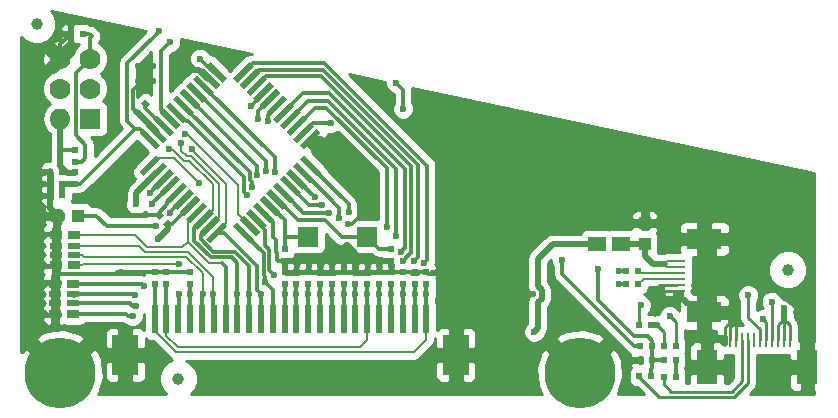
<source format=gbr>
G04 #@! TF.FileFunction,Copper,L1,Top,Signal*
%FSLAX46Y46*%
G04 Gerber Fmt 4.6, Leading zero omitted, Abs format (unit mm)*
G04 Created by KiCad (PCBNEW 4.1.0-alpha+201608171232+7063~46~ubuntu14.04.1-product) date Tue Aug 30 16:52:41 2016*
%MOMM*%
%LPD*%
G01*
G04 APERTURE LIST*
%ADD10C,0.600000*%
%ADD11R,0.250000X1.300000*%
%ADD12R,1.800000X3.000000*%
%ADD13C,0.550000*%
%ADD14R,1.700000X1.700000*%
%ADD15C,6.000000*%
%ADD16R,0.500000X0.550000*%
%ADD17R,1.016000X1.016000*%
%ADD18R,0.550000X0.500000*%
%ADD19R,1.778000X1.778000*%
%ADD20C,1.778000*%
%ADD21O,1.778000X1.778000*%
%ADD22R,1.524000X1.270000*%
%ADD23R,1.016000X0.762000*%
%ADD24R,1.016000X0.508000*%
%ADD25C,1.000000*%
%ADD26R,0.500000X2.400000*%
%ADD27R,2.200000X3.500000*%
%ADD28R,1.300000X0.250000*%
%ADD29R,3.000000X1.800000*%
%ADD30C,0.600000*%
%ADD31C,0.250000*%
%ADD32C,0.304800*%
%ADD33C,0.508000*%
%ADD34C,0.355600*%
%ADD35C,0.203200*%
%ADD36C,0.254000*%
G04 APERTURE END LIST*
D10*
D11*
X167250000Y-94750000D03*
X167750000Y-94750000D03*
X168250000Y-94750000D03*
X168750000Y-94750000D03*
X169250000Y-94750000D03*
X169750000Y-94750000D03*
D12*
X165750000Y-97000000D03*
X174250000Y-97000000D03*
D11*
X170250000Y-94750000D03*
X170750000Y-94750000D03*
X171250000Y-94750000D03*
X171750000Y-94750000D03*
X172250000Y-94750000D03*
X172750000Y-94750000D03*
D13*
X115722400Y-71069200D03*
X114401600Y-78079600D03*
X151028400Y-90881200D03*
X144068800Y-86258400D03*
D14*
X136990000Y-86000000D03*
X132010000Y-86000000D03*
D13*
X135280400Y-86664800D03*
X135331200Y-84937600D03*
X116179600Y-89001600D03*
X121056400Y-72237600D03*
X117551200Y-71526400D03*
X118821200Y-71526400D03*
X117551200Y-72796400D03*
X118821200Y-72796400D03*
X115112800Y-80619600D03*
X116382800Y-80619600D03*
X115112800Y-81889600D03*
X116382800Y-81889600D03*
X135890000Y-80518000D03*
X134620000Y-80518000D03*
X135890000Y-79248000D03*
D10*
G36*
X117714005Y-80512184D02*
X119128218Y-79097971D01*
X119481771Y-79451524D01*
X118067558Y-80865737D01*
X117714005Y-80512184D01*
X117714005Y-80512184D01*
G37*
G36*
X118279690Y-81077869D02*
X119693903Y-79663656D01*
X120047456Y-80017209D01*
X118633243Y-81431422D01*
X118279690Y-81077869D01*
X118279690Y-81077869D01*
G37*
G36*
X118845376Y-81643555D02*
X120259589Y-80229342D01*
X120613142Y-80582895D01*
X119198929Y-81997108D01*
X118845376Y-81643555D01*
X118845376Y-81643555D01*
G37*
G36*
X119411061Y-82209240D02*
X120825274Y-80795027D01*
X121178827Y-81148580D01*
X119764614Y-82562793D01*
X119411061Y-82209240D01*
X119411061Y-82209240D01*
G37*
G36*
X119976747Y-82774926D02*
X121390960Y-81360713D01*
X121744513Y-81714266D01*
X120330300Y-83128479D01*
X119976747Y-82774926D01*
X119976747Y-82774926D01*
G37*
G36*
X120542432Y-83340611D02*
X121956645Y-81926398D01*
X122310198Y-82279951D01*
X120895985Y-83694164D01*
X120542432Y-83340611D01*
X120542432Y-83340611D01*
G37*
G36*
X121108117Y-83906296D02*
X122522330Y-82492083D01*
X122875883Y-82845636D01*
X121461670Y-84259849D01*
X121108117Y-83906296D01*
X121108117Y-83906296D01*
G37*
G36*
X121673803Y-84471982D02*
X123088016Y-83057769D01*
X123441569Y-83411322D01*
X122027356Y-84825535D01*
X121673803Y-84471982D01*
X121673803Y-84471982D01*
G37*
G36*
X122239488Y-85037667D02*
X123653701Y-83623454D01*
X124007254Y-83977007D01*
X122593041Y-85391220D01*
X122239488Y-85037667D01*
X122239488Y-85037667D01*
G37*
G36*
X122805174Y-85603353D02*
X124219387Y-84189140D01*
X124572940Y-84542693D01*
X123158727Y-85956906D01*
X122805174Y-85603353D01*
X122805174Y-85603353D01*
G37*
G36*
X123370859Y-86169038D02*
X124785072Y-84754825D01*
X125138625Y-85108378D01*
X123724412Y-86522591D01*
X123370859Y-86169038D01*
X123370859Y-86169038D01*
G37*
G36*
X127047814Y-86522591D02*
X125633601Y-85108378D01*
X125987154Y-84754825D01*
X127401367Y-86169038D01*
X127047814Y-86522591D01*
X127047814Y-86522591D01*
G37*
G36*
X127613499Y-85956906D02*
X126199286Y-84542693D01*
X126552839Y-84189140D01*
X127967052Y-85603353D01*
X127613499Y-85956906D01*
X127613499Y-85956906D01*
G37*
G36*
X128179185Y-85391220D02*
X126764972Y-83977007D01*
X127118525Y-83623454D01*
X128532738Y-85037667D01*
X128179185Y-85391220D01*
X128179185Y-85391220D01*
G37*
G36*
X128744870Y-84825535D02*
X127330657Y-83411322D01*
X127684210Y-83057769D01*
X129098423Y-84471982D01*
X128744870Y-84825535D01*
X128744870Y-84825535D01*
G37*
G36*
X129310556Y-84259849D02*
X127896343Y-82845636D01*
X128249896Y-82492083D01*
X129664109Y-83906296D01*
X129310556Y-84259849D01*
X129310556Y-84259849D01*
G37*
G36*
X129876241Y-83694164D02*
X128462028Y-82279951D01*
X128815581Y-81926398D01*
X130229794Y-83340611D01*
X129876241Y-83694164D01*
X129876241Y-83694164D01*
G37*
G36*
X130441926Y-83128479D02*
X129027713Y-81714266D01*
X129381266Y-81360713D01*
X130795479Y-82774926D01*
X130441926Y-83128479D01*
X130441926Y-83128479D01*
G37*
G36*
X131007612Y-82562793D02*
X129593399Y-81148580D01*
X129946952Y-80795027D01*
X131361165Y-82209240D01*
X131007612Y-82562793D01*
X131007612Y-82562793D01*
G37*
G36*
X131573297Y-81997108D02*
X130159084Y-80582895D01*
X130512637Y-80229342D01*
X131926850Y-81643555D01*
X131573297Y-81997108D01*
X131573297Y-81997108D01*
G37*
G36*
X132138983Y-81431422D02*
X130724770Y-80017209D01*
X131078323Y-79663656D01*
X132492536Y-81077869D01*
X132138983Y-81431422D01*
X132138983Y-81431422D01*
G37*
G36*
X132704668Y-80865737D02*
X131290455Y-79451524D01*
X131644008Y-79097971D01*
X133058221Y-80512184D01*
X132704668Y-80865737D01*
X132704668Y-80865737D01*
G37*
G36*
X131290455Y-78249442D02*
X132704668Y-76835229D01*
X133058221Y-77188782D01*
X131644008Y-78602995D01*
X131290455Y-78249442D01*
X131290455Y-78249442D01*
G37*
G36*
X130724770Y-77683757D02*
X132138983Y-76269544D01*
X132492536Y-76623097D01*
X131078323Y-78037310D01*
X130724770Y-77683757D01*
X130724770Y-77683757D01*
G37*
G36*
X130159084Y-77118071D02*
X131573297Y-75703858D01*
X131926850Y-76057411D01*
X130512637Y-77471624D01*
X130159084Y-77118071D01*
X130159084Y-77118071D01*
G37*
G36*
X129593399Y-76552386D02*
X131007612Y-75138173D01*
X131361165Y-75491726D01*
X129946952Y-76905939D01*
X129593399Y-76552386D01*
X129593399Y-76552386D01*
G37*
G36*
X129027713Y-75986700D02*
X130441926Y-74572487D01*
X130795479Y-74926040D01*
X129381266Y-76340253D01*
X129027713Y-75986700D01*
X129027713Y-75986700D01*
G37*
G36*
X128462028Y-75421015D02*
X129876241Y-74006802D01*
X130229794Y-74360355D01*
X128815581Y-75774568D01*
X128462028Y-75421015D01*
X128462028Y-75421015D01*
G37*
G36*
X127896343Y-74855330D02*
X129310556Y-73441117D01*
X129664109Y-73794670D01*
X128249896Y-75208883D01*
X127896343Y-74855330D01*
X127896343Y-74855330D01*
G37*
G36*
X127330657Y-74289644D02*
X128744870Y-72875431D01*
X129098423Y-73228984D01*
X127684210Y-74643197D01*
X127330657Y-74289644D01*
X127330657Y-74289644D01*
G37*
G36*
X126764972Y-73723959D02*
X128179185Y-72309746D01*
X128532738Y-72663299D01*
X127118525Y-74077512D01*
X126764972Y-73723959D01*
X126764972Y-73723959D01*
G37*
G36*
X126199286Y-73158273D02*
X127613499Y-71744060D01*
X127967052Y-72097613D01*
X126552839Y-73511826D01*
X126199286Y-73158273D01*
X126199286Y-73158273D01*
G37*
G36*
X125633601Y-72592588D02*
X127047814Y-71178375D01*
X127401367Y-71531928D01*
X125987154Y-72946141D01*
X125633601Y-72592588D01*
X125633601Y-72592588D01*
G37*
G36*
X124785072Y-72946141D02*
X123370859Y-71531928D01*
X123724412Y-71178375D01*
X125138625Y-72592588D01*
X124785072Y-72946141D01*
X124785072Y-72946141D01*
G37*
G36*
X124219387Y-73511826D02*
X122805174Y-72097613D01*
X123158727Y-71744060D01*
X124572940Y-73158273D01*
X124219387Y-73511826D01*
X124219387Y-73511826D01*
G37*
G36*
X123653701Y-74077512D02*
X122239488Y-72663299D01*
X122593041Y-72309746D01*
X124007254Y-73723959D01*
X123653701Y-74077512D01*
X123653701Y-74077512D01*
G37*
G36*
X123088016Y-74643197D02*
X121673803Y-73228984D01*
X122027356Y-72875431D01*
X123441569Y-74289644D01*
X123088016Y-74643197D01*
X123088016Y-74643197D01*
G37*
G36*
X122522330Y-75208883D02*
X121108117Y-73794670D01*
X121461670Y-73441117D01*
X122875883Y-74855330D01*
X122522330Y-75208883D01*
X122522330Y-75208883D01*
G37*
G36*
X121956645Y-75774568D02*
X120542432Y-74360355D01*
X120895985Y-74006802D01*
X122310198Y-75421015D01*
X121956645Y-75774568D01*
X121956645Y-75774568D01*
G37*
G36*
X121390960Y-76340253D02*
X119976747Y-74926040D01*
X120330300Y-74572487D01*
X121744513Y-75986700D01*
X121390960Y-76340253D01*
X121390960Y-76340253D01*
G37*
G36*
X120825274Y-76905939D02*
X119411061Y-75491726D01*
X119764614Y-75138173D01*
X121178827Y-76552386D01*
X120825274Y-76905939D01*
X120825274Y-76905939D01*
G37*
G36*
X120259589Y-77471624D02*
X118845376Y-76057411D01*
X119198929Y-75703858D01*
X120613142Y-77118071D01*
X120259589Y-77471624D01*
X120259589Y-77471624D01*
G37*
G36*
X119693903Y-78037310D02*
X118279690Y-76623097D01*
X118633243Y-76269544D01*
X120047456Y-77683757D01*
X119693903Y-78037310D01*
X119693903Y-78037310D01*
G37*
G36*
X119128218Y-78602995D02*
X117714005Y-77188782D01*
X118067558Y-76835229D01*
X119481771Y-78249442D01*
X119128218Y-78602995D01*
X119128218Y-78602995D01*
G37*
D15*
X155000000Y-97500000D03*
X111000000Y-97500000D03*
D16*
X110172500Y-82486500D03*
X111188500Y-82486500D03*
X110172500Y-81496000D03*
X111188500Y-81496000D03*
X110172500Y-80518000D03*
X111188500Y-80518000D03*
D10*
G36*
X119751231Y-84159322D02*
X119362322Y-84548231D01*
X119008769Y-84194678D01*
X119397678Y-83805769D01*
X119751231Y-84159322D01*
X119751231Y-84159322D01*
G37*
G36*
X119727189Y-84913098D02*
X120116098Y-84524189D01*
X120469651Y-84877742D01*
X120080742Y-85266651D01*
X119727189Y-84913098D01*
X119727189Y-84913098D01*
G37*
D16*
X112894000Y-68796000D03*
X111878000Y-68796000D03*
D17*
X160495000Y-84836000D03*
X160495000Y-86614000D03*
X112522000Y-84201000D03*
X110744000Y-84201000D03*
D10*
G36*
X118232888Y-75108521D02*
X117843979Y-74719612D01*
X118197532Y-74366059D01*
X118586441Y-74754968D01*
X118232888Y-75108521D01*
X118232888Y-75108521D01*
G37*
G36*
X117479112Y-75084479D02*
X117868021Y-75473388D01*
X117514468Y-75826941D01*
X117125559Y-75438032D01*
X117479112Y-75084479D01*
X117479112Y-75084479D01*
G37*
D16*
X161139200Y-96453200D03*
X160123200Y-96453200D03*
D18*
X142000000Y-90008000D03*
X142000000Y-88992000D03*
X120000000Y-90008000D03*
X120000000Y-88992000D03*
X122000000Y-90000000D03*
X122000000Y-88984000D03*
X130000000Y-90008000D03*
X130000000Y-88992000D03*
X131000000Y-90008000D03*
X131000000Y-88992000D03*
X132000000Y-90000000D03*
X132000000Y-88984000D03*
X133000000Y-90008000D03*
X133000000Y-88992000D03*
X134000000Y-90008000D03*
X134000000Y-88992000D03*
X135000000Y-90000000D03*
X135000000Y-88984000D03*
X136000000Y-90008000D03*
X136000000Y-88992000D03*
X137000000Y-90016000D03*
X137000000Y-89000000D03*
X138000000Y-90000000D03*
X138000000Y-88984000D03*
X139000000Y-90000000D03*
X139000000Y-88984000D03*
X140000000Y-90016000D03*
X140000000Y-89000000D03*
X141000000Y-90008000D03*
X141000000Y-88992000D03*
X119000000Y-90008000D03*
X119000000Y-88992000D03*
X139000000Y-87000000D03*
X139000000Y-88016000D03*
X130000000Y-87000000D03*
X130000000Y-88016000D03*
D19*
X113540000Y-76000000D03*
D20*
X113540000Y-73460000D03*
X113540000Y-70920000D03*
X111000000Y-73460000D03*
D21*
X111000000Y-76000000D03*
D20*
X111000000Y-70920000D03*
D22*
X158463000Y-86614000D03*
X156431000Y-86614000D03*
D18*
X112242500Y-78638400D03*
X112242500Y-79654400D03*
D16*
X159957000Y-90000000D03*
X158941000Y-90000000D03*
X159957000Y-88924900D03*
X158941000Y-88924900D03*
X161037600Y-97824800D03*
X160021600Y-97824800D03*
X162095000Y-96440500D03*
X163111000Y-96440500D03*
X163111000Y-97837500D03*
X162095000Y-97837500D03*
X161139200Y-95234000D03*
X160123200Y-95234000D03*
D18*
X112262000Y-80496000D03*
X112262000Y-81512000D03*
D16*
X163104400Y-95246700D03*
X162088400Y-95246700D03*
X159992000Y-93500000D03*
X161008000Y-93500000D03*
D23*
X112115600Y-89966800D03*
X110591600Y-89966800D03*
X112115600Y-92506800D03*
X110591600Y-92506800D03*
D24*
X112115600Y-90855800D03*
X112115600Y-91617800D03*
X110591600Y-90855800D03*
X110591600Y-91617800D03*
D23*
X112141000Y-85852000D03*
X110617000Y-85852000D03*
X112141000Y-88392000D03*
X110617000Y-88392000D03*
D24*
X112141000Y-86741000D03*
X112141000Y-87503000D03*
X110617000Y-86741000D03*
X110617000Y-87503000D03*
D25*
X109000000Y-68000000D03*
X172593000Y-88773000D03*
X121000000Y-98000000D03*
D13*
X134620000Y-79248000D03*
D26*
X142000000Y-93000000D03*
X141000000Y-93000000D03*
X140000000Y-93000000D03*
X139000000Y-93000000D03*
X138000000Y-93000000D03*
X137000000Y-93000000D03*
X136000000Y-93000000D03*
X135000000Y-93000000D03*
X134000000Y-93000000D03*
X133000000Y-93000000D03*
X132000000Y-93000000D03*
X131000000Y-93000000D03*
X130000000Y-93000000D03*
X129000000Y-93000000D03*
X128000000Y-93000000D03*
X127000000Y-93000000D03*
X126000000Y-93000000D03*
X125000000Y-93000000D03*
X124000000Y-93000000D03*
X123000000Y-93000000D03*
X122000000Y-93000000D03*
X121000000Y-93000000D03*
X120000000Y-93000000D03*
X119000000Y-93000000D03*
D27*
X116500000Y-96000000D03*
X144500000Y-96000000D03*
D28*
X163299000Y-90551000D03*
X163299000Y-90051000D03*
X163299000Y-89551000D03*
X163299000Y-89051000D03*
X163299000Y-88551000D03*
X163299000Y-88051000D03*
D29*
X165549000Y-92401000D03*
X165549000Y-86201000D03*
D30*
X153500000Y-88000000D03*
X133936719Y-76375281D03*
X140035596Y-75177003D03*
X139448762Y-72953610D03*
X119380000Y-68580000D03*
X172250000Y-92750000D03*
X172250000Y-92000000D03*
X161548200Y-93500000D03*
X151135005Y-94050180D03*
X122834400Y-70916800D03*
X117449600Y-83261200D03*
X119239793Y-86207600D03*
X129082800Y-89204800D03*
X121564400Y-77317600D03*
X120310617Y-83993933D03*
X119126000Y-85090000D03*
X156500000Y-88750000D03*
X120330348Y-69487047D03*
X141762339Y-88234662D03*
X142000000Y-90805000D03*
X138674279Y-85146601D03*
X137000000Y-90805000D03*
X122787799Y-81481564D03*
X122000000Y-90805000D03*
X126842402Y-82473996D03*
X130000000Y-90805000D03*
X127254000Y-81788000D03*
X131000000Y-90805000D03*
X127699624Y-80787202D03*
X132000000Y-90805000D03*
X128415461Y-80429997D03*
X133000000Y-90805000D03*
X129209043Y-80531220D03*
X134000000Y-90805000D03*
X134595390Y-84408528D03*
X135000000Y-90805000D03*
X135423191Y-83873885D03*
X136000000Y-90805000D03*
X139446583Y-85918905D03*
X138000000Y-90805000D03*
X139827000Y-87249000D03*
X139000000Y-90805000D03*
X140017500Y-88074500D03*
X140000000Y-90805000D03*
X140970000Y-88011000D03*
X141000000Y-90805000D03*
X120243600Y-78602438D03*
X118110000Y-90170000D03*
X126000000Y-90805000D03*
X117136221Y-92674235D03*
X128334464Y-89818474D03*
X117451631Y-91839611D03*
X122118819Y-78578296D03*
X128000000Y-90805000D03*
X117320610Y-90896261D03*
X121259600Y-78079600D03*
X127000000Y-90805000D03*
X128559203Y-76202707D03*
X123952000Y-90805000D03*
X127779410Y-76023983D03*
X123063000Y-90805000D03*
X121050242Y-88295358D03*
X121031000Y-90805000D03*
X127127000Y-74930000D03*
X160163934Y-91800000D03*
X133197600Y-83312000D03*
X171250000Y-91500000D03*
X162600000Y-92725852D03*
X170500000Y-93000000D03*
X133780554Y-83979712D03*
X132537200Y-82651600D03*
X169250000Y-90924910D03*
X118794961Y-83213488D03*
X158336000Y-90017600D03*
X158293494Y-88891706D03*
X118566413Y-82293742D03*
D31*
X165549000Y-92401000D02*
X165549000Y-96799000D01*
X165549000Y-96799000D02*
X165750000Y-97000000D01*
X167750000Y-93500000D02*
X167481958Y-93500000D01*
X167481958Y-93500000D02*
X167250000Y-93731958D01*
X167250000Y-93731958D02*
X167250000Y-94750000D01*
X168200000Y-93500000D02*
X168250000Y-93550000D01*
X168250000Y-93550000D02*
X168250000Y-94750000D01*
X167750000Y-93500000D02*
X168200000Y-93500000D01*
X167750000Y-93500000D02*
X167750000Y-94750000D01*
D32*
X167012646Y-92314646D02*
X166349000Y-91651000D01*
D33*
X160495000Y-84836000D02*
X162351983Y-84836000D01*
X162351983Y-84836000D02*
X163831420Y-86315437D01*
X163831420Y-86315437D02*
X165382563Y-86315437D01*
X165382563Y-86315437D02*
X166349000Y-86301500D01*
X166349000Y-86301500D02*
X166349000Y-87903500D01*
X166349000Y-87903500D02*
X166349000Y-89250000D01*
D31*
X163199000Y-90551000D02*
X161801000Y-90551000D01*
X161801000Y-90551000D02*
X161750000Y-90500000D01*
X163199000Y-90051000D02*
X161940959Y-90051000D01*
X161940959Y-90051000D02*
X161750000Y-90241959D01*
X161750000Y-90241959D02*
X161750000Y-90250000D01*
D33*
X161750000Y-90500000D02*
X161750000Y-90250000D01*
X161750000Y-91000000D02*
X161750000Y-90500000D01*
X162000000Y-91250000D02*
X161750000Y-91000000D01*
X163768327Y-91250000D02*
X162000000Y-91250000D01*
X166349000Y-91651000D02*
X164169327Y-91651000D01*
X164169327Y-91651000D02*
X163768327Y-91250000D01*
X166349000Y-89250000D02*
X166349000Y-91651000D01*
X166349000Y-89250000D02*
X170450398Y-89250000D01*
X170450398Y-89250000D02*
X172446397Y-91245999D01*
X173850000Y-96292000D02*
X173850000Y-97900000D01*
X172446397Y-91245999D02*
X172611921Y-91245999D01*
X172611921Y-91245999D02*
X173850000Y-92484078D01*
X173850000Y-92484078D02*
X173850000Y-96292000D01*
X159000000Y-96818400D02*
X159000000Y-98518843D01*
X160123200Y-96453200D02*
X159365200Y-96453200D01*
X159365200Y-96453200D02*
X159000000Y-96818400D01*
X119163573Y-77153427D02*
X119163573Y-77122493D01*
X119163573Y-77122493D02*
X117496790Y-75455710D01*
X136000000Y-88992000D02*
X136000000Y-87384400D01*
X136000000Y-87384400D02*
X135280400Y-86664800D01*
X135000000Y-88984000D02*
X135000000Y-86945200D01*
X135000000Y-86945200D02*
X135280400Y-86664800D01*
X132174338Y-77719112D02*
X133091112Y-77719112D01*
X133091112Y-77719112D02*
X134620000Y-79248000D01*
X123689057Y-72627943D02*
X123553307Y-72627943D01*
X123553307Y-72627943D02*
X122781100Y-71855736D01*
X122781100Y-71855736D02*
X121438264Y-71855736D01*
X121438264Y-71855736D02*
X121331399Y-71962601D01*
X121331399Y-71962601D02*
X121056400Y-72237600D01*
D32*
X136164999Y-80792999D02*
X135890000Y-80518000D01*
X135331200Y-84937600D02*
X135720108Y-84937600D01*
X136299735Y-84357973D02*
X136299735Y-80927735D01*
X136299735Y-80927735D02*
X136164999Y-80792999D01*
X135720108Y-84937600D02*
X136299735Y-84357973D01*
X129235200Y-86868000D02*
X129235200Y-87276200D01*
X129235200Y-87276200D02*
X129336800Y-87377800D01*
X129336800Y-87377800D02*
X129336800Y-87932600D01*
X129336800Y-87932600D02*
X129420200Y-88016000D01*
X129420200Y-88016000D02*
X130000000Y-88016000D01*
D34*
X129235200Y-86258400D02*
X129235200Y-86868000D01*
X128992356Y-86015556D02*
X129235200Y-86258400D01*
X128214540Y-83941652D02*
X128992356Y-84719468D01*
X128992356Y-84719468D02*
X128992356Y-86015556D01*
D32*
X116179600Y-89001600D02*
X118990400Y-89001600D01*
X118990400Y-89001600D02*
X119000000Y-88992000D01*
X116028600Y-84177000D02*
X115112800Y-83261200D01*
X115112800Y-83261200D02*
X115112800Y-81889600D01*
X119380000Y-84177000D02*
X116028600Y-84177000D01*
X117496790Y-75455710D02*
X117496790Y-75455092D01*
X117496790Y-75455092D02*
X117194657Y-75152959D01*
X117194657Y-75152959D02*
X117194657Y-73541851D01*
X117194657Y-73541851D02*
X117551200Y-73185308D01*
X117551200Y-73185308D02*
X117551200Y-72796400D01*
D33*
X110617000Y-89103200D02*
X110617000Y-90170000D01*
X110617000Y-88392000D02*
X110617000Y-89103200D01*
D32*
X110667800Y-89154000D02*
X115638292Y-89154000D01*
X110617000Y-89103200D02*
X110667800Y-89154000D01*
X115638292Y-89154000D02*
X115790692Y-89001600D01*
X115790692Y-89001600D02*
X116179600Y-89001600D01*
D34*
X120082814Y-83022412D02*
X120082814Y-83263166D01*
X119380000Y-83965980D02*
X119380000Y-84177000D01*
X120082814Y-83263166D02*
X119380000Y-83965980D01*
X120860630Y-82244596D02*
X120082814Y-83022412D01*
D33*
X110617000Y-91821000D02*
X110617000Y-92710000D01*
X110617000Y-91059000D02*
X110617000Y-91821000D01*
X110617000Y-90170000D02*
X110617000Y-91059000D01*
X110617000Y-87503000D02*
X110617000Y-88392000D01*
X110617000Y-86741000D02*
X110617000Y-87503000D01*
X110617000Y-85852000D02*
X110617000Y-86741000D01*
X110744000Y-84201000D02*
X110744000Y-85725000D01*
X110744000Y-85725000D02*
X110617000Y-85852000D01*
X110172500Y-83672500D02*
X110215500Y-83672500D01*
X110215500Y-83672500D02*
X110744000Y-84201000D01*
D32*
X111000000Y-70920000D02*
X111000000Y-69674000D01*
X111000000Y-69674000D02*
X111878000Y-68796000D01*
X122000000Y-88984000D02*
X120857400Y-88984000D01*
X120857400Y-88984000D02*
X120857400Y-88992000D01*
X120857400Y-88992000D02*
X120000000Y-88992000D01*
D33*
X110172500Y-82486500D02*
X110172500Y-83672500D01*
X110172500Y-80518000D02*
X110172500Y-81496000D01*
X110172500Y-82486500D02*
X110172500Y-81496000D01*
D34*
X130000000Y-88016000D02*
X130000000Y-88992000D01*
X139000000Y-88016000D02*
X139000000Y-88984000D01*
X119000000Y-88992000D02*
X120000000Y-88992000D01*
X131000000Y-88992000D02*
X130000000Y-88992000D01*
X132000000Y-88984000D02*
X131008000Y-88984000D01*
X131008000Y-88984000D02*
X131000000Y-88992000D01*
X133000000Y-88992000D02*
X132008000Y-88992000D01*
X132008000Y-88992000D02*
X132000000Y-88984000D01*
X134000000Y-88992000D02*
X133000000Y-88992000D01*
X135000000Y-88984000D02*
X134008000Y-88984000D01*
X134008000Y-88984000D02*
X134000000Y-88992000D01*
X136000000Y-88992000D02*
X135008000Y-88992000D01*
X135008000Y-88992000D02*
X135000000Y-88984000D01*
X137000000Y-89000000D02*
X136008000Y-89000000D01*
X136008000Y-89000000D02*
X136000000Y-88992000D01*
X138000000Y-88984000D02*
X137016000Y-88984000D01*
X137016000Y-88984000D02*
X137000000Y-89000000D01*
X139000000Y-88984000D02*
X138000000Y-88984000D01*
X140000000Y-89000000D02*
X139016000Y-89000000D01*
X139016000Y-89000000D02*
X139000000Y-88984000D01*
X141000000Y-88992000D02*
X140008000Y-88992000D01*
X140008000Y-88992000D02*
X140000000Y-89000000D01*
X142000000Y-88992000D02*
X141000000Y-88992000D01*
D32*
X167750000Y-92314646D02*
X167012646Y-92314646D01*
X167750000Y-93500000D02*
X167750000Y-92314646D01*
D31*
X168250000Y-94750000D02*
X168250000Y-94295487D01*
D32*
X153500000Y-88000000D02*
X153500000Y-89165600D01*
X153500000Y-89165600D02*
X159568400Y-95234000D01*
X159568400Y-95234000D02*
X160123200Y-95234000D01*
X119080001Y-68879999D02*
X119380000Y-68580000D01*
X116689847Y-71270153D02*
X119080001Y-68879999D01*
X116689847Y-76176847D02*
X116689847Y-71270153D01*
X117348000Y-76835000D02*
X116689847Y-76176847D01*
X133512455Y-76375281D02*
X133936719Y-76375281D01*
X132386799Y-76375281D02*
X133512455Y-76375281D01*
X131608653Y-77153427D02*
X132386799Y-76375281D01*
X140035596Y-74752739D02*
X140035596Y-75177003D01*
X139448762Y-72953610D02*
X140035596Y-73540444D01*
X140035596Y-73540444D02*
X140035596Y-74752739D01*
D34*
X112649000Y-81534000D02*
X112627000Y-81512000D01*
X112627000Y-81512000D02*
X112262000Y-81512000D01*
X117348000Y-76835000D02*
X112649000Y-81534000D01*
X117729000Y-76835000D02*
X117348000Y-76835000D01*
X117820072Y-76926072D02*
X117729000Y-76835000D01*
X118597888Y-77719112D02*
X117820072Y-76941296D01*
X117820072Y-76941296D02*
X117820072Y-76926072D01*
D33*
X112262000Y-81512000D02*
X111204500Y-81512000D01*
X111204500Y-81512000D02*
X111188500Y-81496000D01*
X111188500Y-81496000D02*
X111188500Y-82486500D01*
D31*
X172000000Y-93250000D02*
X172250000Y-93250000D01*
X171750000Y-93500000D02*
X172000000Y-93250000D01*
X171750000Y-94750000D02*
X171750000Y-93500000D01*
X172000000Y-93250000D02*
X172500000Y-93250000D01*
X172250000Y-93250000D02*
X172250000Y-92750000D01*
X172250000Y-94750000D02*
X172250000Y-93250000D01*
D33*
X172250000Y-92000000D02*
X172250000Y-93250000D01*
D31*
X172250000Y-93250000D02*
X172500000Y-93250000D01*
X172500000Y-93250000D02*
X172750000Y-93500000D01*
X172750000Y-93500000D02*
X172750000Y-94750000D01*
X162088400Y-94040200D02*
X161548200Y-93500000D01*
X161548200Y-93500000D02*
X161008000Y-93500000D01*
X162088400Y-94040200D02*
X162088400Y-95246700D01*
D33*
X156431000Y-86614000D02*
X152687619Y-86614000D01*
X151435004Y-91553518D02*
X151435004Y-93750181D01*
X152687619Y-86614000D02*
X151435004Y-87866615D01*
X151435004Y-87866615D02*
X151435004Y-90208882D01*
X151757401Y-90531279D02*
X151757401Y-91231121D01*
X151435004Y-90208882D02*
X151757401Y-90531279D01*
X151435004Y-93750181D02*
X151135005Y-94050180D01*
X151757401Y-91231121D02*
X151435004Y-91553518D01*
D32*
X127648855Y-84507337D02*
X127648855Y-84786771D01*
X127648855Y-84786771D02*
X128319462Y-85457378D01*
X128319462Y-85457378D02*
X128319462Y-86710690D01*
X128319462Y-86710690D02*
X128719128Y-87110356D01*
X128719128Y-87110356D02*
X128719128Y-88841128D01*
X128719128Y-88841128D02*
X129082800Y-89204800D01*
D33*
X111000000Y-76000000D02*
X111000000Y-78638400D01*
X111000000Y-78638400D02*
X111000000Y-80037202D01*
D32*
X112242500Y-78638400D02*
X111000000Y-78638400D01*
X124254742Y-72062258D02*
X123979858Y-72062258D01*
X123979858Y-72062258D02*
X122834400Y-70916800D01*
D33*
X119163573Y-80547539D02*
X117449600Y-82261512D01*
X117449600Y-82261512D02*
X117449600Y-83261200D01*
X111188500Y-80518000D02*
X111188500Y-80225702D01*
X111188500Y-80225702D02*
X111000000Y-80037202D01*
X111604299Y-80641501D02*
X112262000Y-80641501D01*
X111000000Y-80037202D02*
X111604299Y-80641501D01*
X120098420Y-84895420D02*
X120098420Y-85348973D01*
X120098420Y-85348973D02*
X119239793Y-86207600D01*
D32*
X111000000Y-76000000D02*
X111000000Y-77704000D01*
D34*
X121992000Y-83375966D02*
X120472546Y-84895420D01*
X120472546Y-84895420D02*
X120098420Y-84895420D01*
D32*
X113540000Y-70920000D02*
X112298599Y-72161401D01*
X112298599Y-72161401D02*
X112298599Y-77364519D01*
X112298599Y-77364519D02*
X113123369Y-78189289D01*
X113123369Y-78189289D02*
X113123369Y-79353331D01*
X113123369Y-79353331D02*
X112822300Y-79654400D01*
X112822300Y-79654400D02*
X112242500Y-79654400D01*
D35*
X127083169Y-85073023D02*
X126088393Y-84078247D01*
X126088393Y-84078247D02*
X126088393Y-81657500D01*
X126088393Y-81657500D02*
X121748493Y-77317600D01*
X121748493Y-77317600D02*
X121564400Y-77317600D01*
D32*
X113690400Y-69037600D02*
X113540000Y-69188000D01*
X113540000Y-69188000D02*
X113540000Y-70920000D01*
X112894000Y-68796000D02*
X113448800Y-68796000D01*
X113448800Y-68796000D02*
X113690400Y-69037600D01*
D34*
X112522000Y-84201000D02*
X114071473Y-84201000D01*
X114071473Y-84201000D02*
X114960473Y-85090000D01*
X114960473Y-85090000D02*
X119126000Y-85090000D01*
X121426315Y-82810281D02*
X120310617Y-83925979D01*
X120310617Y-83925979D02*
X120310617Y-83993933D01*
X118215210Y-74737290D02*
X118215210Y-75073692D01*
X118215210Y-75073692D02*
X119729259Y-76587741D01*
D32*
X156500000Y-88750000D02*
X156500000Y-91388381D01*
X156500000Y-91388381D02*
X159551453Y-94439834D01*
X160730694Y-94439834D02*
X161145163Y-94854303D01*
X159551453Y-94439834D02*
X160730694Y-94439834D01*
X161145163Y-94854303D02*
X161145163Y-95234000D01*
X161145163Y-95234000D02*
X161139200Y-95234000D01*
X161037600Y-97212400D02*
X161139200Y-97110800D01*
X161139200Y-97110800D02*
X161139200Y-96453200D01*
X161037600Y-97824800D02*
X161037600Y-97212400D01*
X161139200Y-96453200D02*
X162082300Y-96453200D01*
X162082300Y-96453200D02*
X162095000Y-96440500D01*
X161139200Y-95234000D02*
X161139200Y-96453200D01*
X120030349Y-69787046D02*
X120330348Y-69487047D01*
X119517128Y-70300267D02*
X120030349Y-69787046D01*
X119517128Y-75244240D02*
X119517128Y-70300267D01*
X120294944Y-76022056D02*
X119517128Y-75244240D01*
X126517484Y-72062258D02*
X127295300Y-71284442D01*
X127295300Y-71284442D02*
X133338078Y-71284442D01*
X142062338Y-80008702D02*
X142062338Y-87934663D01*
X133338078Y-71284442D02*
X142062338Y-80008702D01*
X142062338Y-87934663D02*
X141762339Y-88234662D01*
D35*
X140973190Y-95754810D02*
X142000000Y-94728000D01*
X142000000Y-94728000D02*
X142000000Y-93000000D01*
X119000000Y-93000000D02*
X119000000Y-93973425D01*
X119000000Y-93973425D02*
X120781385Y-95754810D01*
X120781385Y-95754810D02*
X140973190Y-95754810D01*
D34*
X142000000Y-90805000D02*
X142000000Y-93000000D01*
X142000000Y-90008000D02*
X142000000Y-90805000D01*
X119000000Y-90008000D02*
X119000000Y-93000000D01*
D32*
X131042967Y-76587741D02*
X132573708Y-75057000D01*
X138674279Y-80190193D02*
X138674279Y-84722337D01*
X132573708Y-75057000D02*
X133541086Y-75057000D01*
X133541086Y-75057000D02*
X138674279Y-80190193D01*
X138674279Y-84722337D02*
X138674279Y-85146601D01*
D35*
X136398000Y-95351600D02*
X137000000Y-94749600D01*
X137000000Y-94749600D02*
X137000000Y-93000000D01*
X120948400Y-95351600D02*
X136398000Y-95351600D01*
X120000000Y-93000000D02*
X120000000Y-94403200D01*
X120000000Y-94403200D02*
X120948400Y-95351600D01*
D34*
X137000000Y-90805000D02*
X137000000Y-93000000D01*
X137000000Y-90016000D02*
X137000000Y-90805000D01*
X120000000Y-90008000D02*
X120000000Y-93000000D01*
D35*
X118597888Y-79981854D02*
X119263190Y-79316552D01*
X119263190Y-79316552D02*
X120622787Y-79316552D01*
X120622787Y-79316552D02*
X122487800Y-81181565D01*
X122487800Y-81181565D02*
X122787799Y-81481564D01*
D34*
X122000000Y-90805000D02*
X122000000Y-93000000D01*
X122000000Y-90000000D02*
X122000000Y-90805000D01*
D32*
X120860630Y-75456370D02*
X121638446Y-76234186D01*
X121638446Y-76234186D02*
X121806462Y-76234186D01*
X121806462Y-76234186D02*
X126542403Y-80970127D01*
X126542403Y-80970127D02*
X126542403Y-82173997D01*
X126542403Y-82173997D02*
X126842402Y-82473996D01*
D34*
X130000000Y-90805000D02*
X130000000Y-93000000D01*
X130000000Y-90008000D02*
X130000000Y-90805000D01*
D32*
X127047214Y-80511584D02*
X127047214Y-81156950D01*
X121426315Y-74890685D02*
X127047214Y-80511584D01*
X127047214Y-81156950D02*
X127254000Y-81363736D01*
X127254000Y-81363736D02*
X127254000Y-81788000D01*
D34*
X131000000Y-90805000D02*
X131000000Y-93000000D01*
X131000000Y-90008000D02*
X131000000Y-90805000D01*
D32*
X127635990Y-80787202D02*
X127699624Y-80787202D01*
X127579596Y-80843596D02*
X127635990Y-80787202D01*
X121992000Y-74325000D02*
X127699624Y-80032624D01*
X127699624Y-80032624D02*
X127699624Y-80362938D01*
X127699624Y-80362938D02*
X127699624Y-80787202D01*
D34*
X132000000Y-90805000D02*
X132000000Y-93000000D01*
X132000000Y-90000000D02*
X132000000Y-90805000D01*
D32*
X128415461Y-80005733D02*
X128415461Y-80429997D01*
X128415461Y-79617089D02*
X128415461Y-80005733D01*
X122557686Y-73759314D02*
X128415461Y-79617089D01*
D34*
X133000000Y-90805000D02*
X133000000Y-93000000D01*
X133000000Y-90008000D02*
X133000000Y-90805000D01*
D32*
X129209043Y-79279301D02*
X129209043Y-80106956D01*
X123123371Y-73193629D02*
X129209043Y-79279301D01*
X129209043Y-80106956D02*
X129209043Y-80531220D01*
D34*
X134000000Y-90805000D02*
X134000000Y-93000000D01*
X134000000Y-90008000D02*
X134000000Y-90805000D01*
D32*
X134595390Y-83534276D02*
X134595390Y-83984264D01*
X131608653Y-80547539D02*
X134595390Y-83534276D01*
X134595390Y-83984264D02*
X134595390Y-84408528D01*
D34*
X135000000Y-90805000D02*
X135000000Y-93000000D01*
X135000000Y-90000000D02*
X135000000Y-90805000D01*
D32*
X135423191Y-83449621D02*
X135423191Y-83873885D01*
X135423191Y-83230707D02*
X135423191Y-83449621D01*
X132174338Y-79981854D02*
X135423191Y-83230707D01*
D34*
X136000000Y-90805000D02*
X136000000Y-92177801D01*
X136000000Y-90008000D02*
X136000000Y-90805000D01*
X136000000Y-92177801D02*
X136000000Y-93000000D01*
D32*
X130477282Y-76022056D02*
X132013838Y-74485500D01*
X132013838Y-74485500D02*
X133683496Y-74485500D01*
X139446583Y-85494641D02*
X139446583Y-85918905D01*
X133683496Y-74485500D02*
X139446583Y-80248587D01*
X139446583Y-80248587D02*
X139446583Y-85494641D01*
D34*
X138000000Y-90805000D02*
X138000000Y-93000000D01*
X138000000Y-90000000D02*
X138000000Y-90805000D01*
D32*
X129911596Y-75456370D02*
X131517466Y-73850500D01*
X131517466Y-73850500D02*
X133762406Y-73850500D01*
X133762406Y-73850500D02*
X140164154Y-80252248D01*
X140164154Y-80252248D02*
X140164154Y-86911846D01*
X140164154Y-86911846D02*
X140126999Y-86949001D01*
X140126999Y-86949001D02*
X139827000Y-87249000D01*
D34*
X139000000Y-90805000D02*
X139000000Y-93000000D01*
X139000000Y-90000000D02*
X139000000Y-90805000D01*
D32*
X128426671Y-72415813D02*
X133041629Y-72415813D01*
X140317499Y-87774501D02*
X140017500Y-88074500D01*
X140668965Y-87359535D02*
X140317499Y-87711001D01*
X140668965Y-80043149D02*
X140668965Y-87359535D01*
X127648855Y-73193629D02*
X128426671Y-72415813D01*
X140317499Y-87711001D02*
X140317499Y-87774501D01*
X133041629Y-72415813D02*
X140668965Y-80043149D01*
D34*
X140000000Y-90805000D02*
X140000000Y-93000000D01*
X140000000Y-90016000D02*
X140000000Y-90805000D01*
D32*
X133236187Y-71896461D02*
X141269999Y-79930273D01*
X141269999Y-87711001D02*
X140970000Y-88011000D01*
X127083169Y-72627943D02*
X127814651Y-71896461D01*
X141269999Y-79930273D02*
X141269999Y-87711001D01*
X127814651Y-71896461D02*
X133236187Y-71896461D01*
D34*
X141000000Y-90805000D02*
X141000000Y-93000000D01*
X141000000Y-90008000D02*
X141000000Y-90805000D01*
X139000000Y-87000000D02*
X137990000Y-87000000D01*
X137990000Y-87000000D02*
X136990000Y-86000000D01*
D32*
X134879196Y-86000000D02*
X136990000Y-86000000D01*
D34*
X129345911Y-82810281D02*
X131107881Y-84572251D01*
X131107881Y-84572251D02*
X133451447Y-84572251D01*
X133451447Y-84572251D02*
X134879196Y-86000000D01*
D32*
X130000000Y-87000000D02*
X130000000Y-86000000D01*
D34*
X130000000Y-87000000D02*
X130000000Y-84595740D01*
X130000000Y-84595740D02*
X128780226Y-83375966D01*
X132010000Y-86000000D02*
X130000000Y-86000000D01*
D32*
X125000000Y-90805000D02*
X125000000Y-93000000D01*
X125000000Y-88551000D02*
X125000000Y-90805000D01*
D35*
X112141000Y-85852000D02*
X117344237Y-85852000D01*
X117344237Y-85852000D02*
X118366601Y-86874364D01*
X118366601Y-86874364D02*
X121337915Y-86874364D01*
X121337915Y-86874364D02*
X121779870Y-86432409D01*
X122557686Y-83941652D02*
X121779870Y-84719468D01*
X121779870Y-84719468D02*
X121779870Y-86432409D01*
X121779870Y-86432409D02*
X123606081Y-88258620D01*
X123606081Y-88258620D02*
X124707620Y-88258620D01*
D32*
X124707620Y-88258620D02*
X125000000Y-88551000D01*
X112115600Y-89966800D02*
X117906800Y-89966800D01*
X117906800Y-89966800D02*
X118110000Y-90170000D01*
D35*
X123901187Y-81570147D02*
X121914148Y-79583108D01*
X120556844Y-78637433D02*
X120243600Y-78602438D01*
X121502519Y-79583108D02*
X120556844Y-78637433D01*
X121914148Y-79583108D02*
X121502519Y-79583108D01*
X123901187Y-83729521D02*
X123901187Y-81570147D01*
X123123371Y-84507337D02*
X123901187Y-83729521D01*
X120243600Y-78689200D02*
X120243600Y-78602438D01*
D32*
X126000000Y-90805000D02*
X126000000Y-93000000D01*
X126000000Y-88184816D02*
X126000000Y-90805000D01*
X125568994Y-87753810D02*
X126000000Y-88184816D01*
X123743337Y-87753810D02*
X125568994Y-87753810D01*
X123123371Y-84507337D02*
X122345555Y-85285153D01*
X122345555Y-86356028D02*
X123743337Y-87753810D01*
X122345555Y-85285153D02*
X122345555Y-86356028D01*
D35*
X125984000Y-92984000D02*
X126000000Y-93000000D01*
D32*
X128334464Y-89394210D02*
X128334464Y-89818474D01*
X128214317Y-89274063D02*
X128334464Y-89394210D01*
X128214317Y-87335541D02*
X128214317Y-89274063D01*
X126517484Y-85638708D02*
X128214317Y-87335541D01*
X116711957Y-92674235D02*
X117136221Y-92674235D01*
X112115600Y-92506800D02*
X116544522Y-92506800D01*
X116544522Y-92506800D02*
X116711957Y-92674235D01*
D35*
X112141000Y-92710000D02*
X112176765Y-92674235D01*
D32*
X128634463Y-90118473D02*
X128334464Y-89818474D01*
X129000000Y-93000000D02*
X129000000Y-90484010D01*
X129000000Y-90484010D02*
X128634463Y-90118473D01*
D35*
X128968500Y-92968500D02*
X129000000Y-93000000D01*
D32*
X117094000Y-91839611D02*
X117451631Y-91839611D01*
D35*
X117027367Y-91839611D02*
X117094000Y-91839611D01*
D32*
X112115600Y-91617800D02*
X116872189Y-91617800D01*
X116872189Y-91617800D02*
X117094000Y-91839611D01*
D35*
X117008756Y-91821000D02*
X117027367Y-91839611D01*
D32*
X127700001Y-90505001D02*
X128000000Y-90805000D01*
X127682063Y-90487063D02*
X127700001Y-90505001D01*
X127682063Y-88439063D02*
X127682063Y-90487063D01*
X124881708Y-85638708D02*
X127682063Y-88439063D01*
X124254742Y-85638708D02*
X124881708Y-85638708D01*
D35*
X125032558Y-81492035D02*
X122418818Y-78878295D01*
X125032558Y-84860892D02*
X125032558Y-81492035D01*
X124254742Y-85638708D02*
X125032558Y-84860892D01*
X122418818Y-78878295D02*
X122118819Y-78578296D01*
D32*
X128000000Y-90805000D02*
X128000000Y-93000000D01*
X112115600Y-90855800D02*
X117280149Y-90855800D01*
X117280149Y-90855800D02*
X117320610Y-90896261D01*
D35*
X116896346Y-90896261D02*
X117320610Y-90896261D01*
X112141000Y-91059000D02*
X112303739Y-90896261D01*
X121699497Y-79179897D02*
X121259600Y-78740000D01*
X121259600Y-78740000D02*
X121259600Y-78079600D01*
X124466873Y-81565607D02*
X122081163Y-79179897D01*
X123689057Y-85073023D02*
X124466873Y-84295207D01*
X122081163Y-79179897D02*
X121699497Y-79179897D01*
X124466873Y-84295207D02*
X124466873Y-81565607D01*
D32*
X127000000Y-90805000D02*
X127000000Y-93000000D01*
X127000000Y-88470908D02*
X127000000Y-90805000D01*
X123689057Y-85073023D02*
X122911241Y-85850839D01*
X122911241Y-85850839D02*
X122911241Y-86207805D01*
X122911241Y-86207805D02*
X123952436Y-87249000D01*
X123952436Y-87249000D02*
X125778092Y-87249000D01*
X125778092Y-87249000D02*
X127000000Y-88470908D01*
D35*
X126936500Y-92936500D02*
X127000000Y-93000000D01*
D32*
X128559203Y-75677393D02*
X128559203Y-75778443D01*
X128559203Y-75778443D02*
X128559203Y-76202707D01*
X129345911Y-74890685D02*
X128559203Y-75677393D01*
D35*
X112141000Y-86741000D02*
X117663013Y-86741000D01*
X117663013Y-86741000D02*
X118199587Y-87277574D01*
X118199587Y-87277574D02*
X121835860Y-87277574D01*
X121835860Y-87277574D02*
X123952000Y-89393714D01*
X123952000Y-89393714D02*
X123952000Y-90380736D01*
X123952000Y-90380736D02*
X123952000Y-90805000D01*
D32*
X123952000Y-90805000D02*
X123952000Y-92952000D01*
X123952000Y-92952000D02*
X124000000Y-93000000D01*
X127779410Y-75599719D02*
X127779410Y-76023983D01*
X128780226Y-74325000D02*
X127779410Y-75325816D01*
X127779410Y-75325816D02*
X127779410Y-75599719D01*
D35*
X112141000Y-87503000D02*
X112852200Y-87503000D01*
X112852200Y-87503000D02*
X113029985Y-87680785D01*
X121668845Y-87680785D02*
X123063000Y-89074940D01*
X113029985Y-87680785D02*
X121668845Y-87680785D01*
X123063000Y-89074940D02*
X123063000Y-90380736D01*
X123063000Y-90380736D02*
X123063000Y-90805000D01*
D32*
X123000000Y-93000000D02*
X123000000Y-90868000D01*
X123000000Y-90868000D02*
X123063000Y-90805000D01*
D35*
X118656284Y-88295358D02*
X118745000Y-88295358D01*
X118745000Y-88295358D02*
X120625978Y-88295358D01*
X112141000Y-88392000D02*
X112852200Y-88392000D01*
X112852200Y-88392000D02*
X112948842Y-88295358D01*
X112948842Y-88295358D02*
X118745000Y-88295358D01*
X120625978Y-88295358D02*
X121050242Y-88295358D01*
D32*
X121031000Y-90805000D02*
X121031000Y-92969000D01*
X121031000Y-92969000D02*
X121000000Y-93000000D01*
X128214540Y-73759314D02*
X128214540Y-73842460D01*
X128214540Y-73842460D02*
X127127000Y-74930000D01*
D31*
X159992000Y-93500000D02*
X159992000Y-91971934D01*
X159992000Y-91971934D02*
X160163934Y-91800000D01*
D32*
X131255098Y-82487098D02*
X132080000Y-83312000D01*
X132080000Y-83312000D02*
X133197600Y-83312000D01*
X130477282Y-81678910D02*
X131255098Y-82456726D01*
X131255098Y-82456726D02*
X131255098Y-82487098D01*
D31*
X171250000Y-92500000D02*
X171250000Y-91500000D01*
X171250000Y-94750000D02*
X171250000Y-92500000D01*
X163104400Y-95246700D02*
X163104400Y-93230252D01*
X163104400Y-93230252D02*
X162600000Y-92725852D01*
D32*
X130689412Y-83089812D02*
X131579312Y-83979712D01*
X131579312Y-83979712D02*
X133780554Y-83979712D01*
X129911596Y-82244596D02*
X130689412Y-83022412D01*
X130689412Y-83022412D02*
X130689412Y-83089812D01*
D31*
X170750000Y-93250000D02*
X170500000Y-93000000D01*
X170750000Y-94750000D02*
X170750000Y-93250000D01*
D32*
X131042967Y-81113225D02*
X131042967Y-81157367D01*
X131042967Y-81157367D02*
X132537200Y-82651600D01*
D31*
X169250000Y-91349174D02*
X169250000Y-90924910D01*
X170250000Y-94750000D02*
X170250000Y-93850000D01*
X170250000Y-93850000D02*
X169250000Y-92850000D01*
X169250000Y-92850000D02*
X169250000Y-91349174D01*
X161731222Y-99559422D02*
X160021600Y-97849800D01*
X160021600Y-97849800D02*
X160021600Y-97824800D01*
X168076989Y-99559422D02*
X161731222Y-99559422D01*
X169250000Y-98386411D02*
X168076989Y-99559422D01*
X169250000Y-94750000D02*
X169250000Y-98386411D01*
X167890589Y-99109411D02*
X162709411Y-99109411D01*
X168750000Y-94750000D02*
X168750000Y-98250000D01*
X168750000Y-98250000D02*
X167890589Y-99109411D01*
X162095000Y-98495000D02*
X162095000Y-97837500D01*
X162709411Y-99109411D02*
X162095000Y-98495000D01*
D32*
X118794961Y-83178893D02*
X118794961Y-83213488D01*
X120294944Y-81678910D02*
X118794961Y-83178893D01*
X158941000Y-90000000D02*
X158353600Y-90000000D01*
X158353600Y-90000000D02*
X158336000Y-90017600D01*
X158326688Y-88924900D02*
X158293494Y-88891706D01*
X158941000Y-88924900D02*
X158326688Y-88924900D01*
X119729259Y-81113225D02*
X118566413Y-82276071D01*
X118566413Y-82276071D02*
X118566413Y-82293742D01*
X163111000Y-97837500D02*
X163111000Y-96440500D01*
D33*
X158463000Y-86614000D02*
X160495000Y-86614000D01*
D35*
X162208000Y-88188800D02*
X162208000Y-88290400D01*
X162208000Y-88290400D02*
X162208000Y-88413200D01*
D33*
X160495000Y-86614000D02*
X160495000Y-87630000D01*
X160495000Y-87630000D02*
X161155400Y-88290400D01*
X161155400Y-88290400D02*
X162208000Y-88290400D01*
D35*
X163199000Y-88051000D02*
X162345800Y-88051000D01*
X162345800Y-88051000D02*
X162208000Y-88188800D01*
X162208000Y-88413200D02*
X162345800Y-88551000D01*
X162345800Y-88551000D02*
X163199000Y-88551000D01*
X163199000Y-89551000D02*
X160406000Y-89551000D01*
X160406000Y-89551000D02*
X159957000Y-90000000D01*
X163199000Y-89051000D02*
X160083100Y-89051000D01*
X160083100Y-89051000D02*
X159957000Y-88924900D01*
D36*
G36*
X118237172Y-68609276D02*
X116133071Y-70713377D01*
X115962384Y-70968828D01*
X115902447Y-71270153D01*
X115902447Y-76176847D01*
X115962384Y-76478172D01*
X116133071Y-76733623D01*
X116216488Y-76817040D01*
X113910769Y-79122759D01*
X113910769Y-78189289D01*
X113850832Y-77887964D01*
X113680145Y-77632513D01*
X113584072Y-77536440D01*
X114429000Y-77536440D01*
X114676765Y-77487157D01*
X114886809Y-77346809D01*
X115027157Y-77136765D01*
X115076440Y-76889000D01*
X115076440Y-75111000D01*
X115027157Y-74863235D01*
X114886809Y-74653191D01*
X114676765Y-74512843D01*
X114648162Y-74507154D01*
X114831231Y-74324404D01*
X115063735Y-73764472D01*
X115064264Y-73158188D01*
X114832738Y-72597851D01*
X114425263Y-72189664D01*
X114831231Y-71784404D01*
X115063735Y-71224472D01*
X115064264Y-70618188D01*
X114832738Y-70057851D01*
X114404404Y-69628769D01*
X114327400Y-69596794D01*
X114327400Y-69474312D01*
X114417863Y-69338925D01*
X114477800Y-69037600D01*
X114417863Y-68736275D01*
X114247176Y-68480824D01*
X114005576Y-68239224D01*
X113750125Y-68068537D01*
X113550334Y-68028796D01*
X113391765Y-67922843D01*
X113144000Y-67873560D01*
X112644000Y-67873560D01*
X112396235Y-67922843D01*
X112375961Y-67936390D01*
X112254309Y-67886000D01*
X112161750Y-67886000D01*
X112003000Y-68044750D01*
X112003000Y-68488624D01*
X111996560Y-68521000D01*
X111996560Y-69071000D01*
X112003000Y-69103376D01*
X112003000Y-69547250D01*
X112161750Y-69706000D01*
X112254309Y-69706000D01*
X112375961Y-69655610D01*
X112396235Y-69669157D01*
X112596065Y-69708905D01*
X112248769Y-70055596D01*
X112075327Y-70473291D01*
X111628618Y-70920000D01*
X111687662Y-70979044D01*
X111059044Y-71607662D01*
X111000000Y-71548618D01*
X110552815Y-71995803D01*
X110137851Y-72167262D01*
X109708769Y-72595596D01*
X109476265Y-73155528D01*
X109475736Y-73761812D01*
X109707262Y-74322149D01*
X110134882Y-74750516D01*
X109922369Y-74892512D01*
X109592008Y-75386933D01*
X109476000Y-75970143D01*
X109476000Y-76029857D01*
X109592008Y-76613067D01*
X109922369Y-77107488D01*
X110111000Y-77233527D01*
X110111000Y-79608000D01*
X109664498Y-79608000D01*
X109664498Y-79662549D01*
X109562802Y-79704673D01*
X109384173Y-79883301D01*
X109287500Y-80116690D01*
X109287500Y-80221750D01*
X109446250Y-80380500D01*
X110047500Y-80380500D01*
X110047500Y-80243000D01*
X110151936Y-80243000D01*
X110178671Y-80377408D01*
X110291060Y-80545610D01*
X110291060Y-80793000D01*
X110297500Y-80825376D01*
X110297500Y-81188624D01*
X110291060Y-81221000D01*
X110291060Y-81771000D01*
X110297500Y-81803376D01*
X110297500Y-82179124D01*
X110291060Y-82211500D01*
X110291060Y-82761500D01*
X110047500Y-82761500D01*
X110047500Y-82624000D01*
X109446250Y-82624000D01*
X109287500Y-82782750D01*
X109287500Y-82887810D01*
X109384173Y-83121199D01*
X109562802Y-83299827D01*
X109664498Y-83341951D01*
X109664498Y-83396500D01*
X109671495Y-83396500D01*
X109601000Y-83566690D01*
X109601000Y-83788250D01*
X109759750Y-83947000D01*
X110490000Y-83947000D01*
X110490000Y-83693000D01*
X110998000Y-83693000D01*
X110998000Y-83947000D01*
X111252000Y-83947000D01*
X111252000Y-84455000D01*
X110998000Y-84455000D01*
X110998000Y-84867750D01*
X110871000Y-84994750D01*
X110871000Y-85661500D01*
X110985560Y-85661500D01*
X110985560Y-85896190D01*
X110871000Y-86010750D01*
X110871000Y-86709250D01*
X110902750Y-86741000D01*
X110871000Y-86772750D01*
X110871000Y-87471250D01*
X110902750Y-87503000D01*
X110871000Y-87534750D01*
X110871000Y-88233250D01*
X110985560Y-88347810D01*
X110985560Y-88582500D01*
X110871000Y-88582500D01*
X110871000Y-89084150D01*
X110845600Y-89109550D01*
X110845600Y-89776300D01*
X110960160Y-89776300D01*
X110960160Y-90010990D01*
X110845600Y-90125550D01*
X110845600Y-90824050D01*
X110877350Y-90855800D01*
X110845600Y-90887550D01*
X110845600Y-91586050D01*
X110877350Y-91617800D01*
X110845600Y-91649550D01*
X110845600Y-92348050D01*
X110960160Y-92462610D01*
X110960160Y-92697300D01*
X110845600Y-92697300D01*
X110845600Y-93364050D01*
X111004350Y-93522800D01*
X111225910Y-93522800D01*
X111342623Y-93474456D01*
X111359835Y-93485957D01*
X111607600Y-93535240D01*
X112623600Y-93535240D01*
X112871365Y-93485957D01*
X113081409Y-93345609D01*
X113115760Y-93294200D01*
X116249750Y-93294200D01*
X116410632Y-93401698D01*
X116573647Y-93434124D01*
X116605894Y-93466427D01*
X116949422Y-93609073D01*
X117321388Y-93609397D01*
X117665164Y-93467352D01*
X117928413Y-93204562D01*
X118071059Y-92861034D01*
X118071337Y-92542123D01*
X118102560Y-92510955D01*
X118102560Y-93854534D01*
X117959698Y-93711673D01*
X117726309Y-93615000D01*
X117166750Y-93615000D01*
X117008000Y-93773750D01*
X117008000Y-95492000D01*
X118076250Y-95492000D01*
X118235000Y-95333250D01*
X118235000Y-94572217D01*
X118292191Y-94657809D01*
X118502235Y-94798157D01*
X118750000Y-94847440D01*
X118832305Y-94847440D01*
X120260530Y-96275665D01*
X120493706Y-96431468D01*
X120070531Y-96606320D01*
X119607945Y-97068100D01*
X119357286Y-97671753D01*
X119356716Y-98325379D01*
X119606320Y-98929469D01*
X119966023Y-99289800D01*
X114220056Y-99289800D01*
X114268685Y-99246916D01*
X114688387Y-97863069D01*
X114570494Y-96666750D01*
X114765000Y-96666750D01*
X114765000Y-97876310D01*
X114861673Y-98109699D01*
X115040302Y-98288327D01*
X115273691Y-98385000D01*
X115833250Y-98385000D01*
X115992000Y-98226250D01*
X115992000Y-96508000D01*
X117008000Y-96508000D01*
X117008000Y-98226250D01*
X117166750Y-98385000D01*
X117726309Y-98385000D01*
X117959698Y-98288327D01*
X118138327Y-98109699D01*
X118235000Y-97876310D01*
X118235000Y-96666750D01*
X118076250Y-96508000D01*
X117008000Y-96508000D01*
X115992000Y-96508000D01*
X114923750Y-96508000D01*
X114765000Y-96666750D01*
X114570494Y-96666750D01*
X114546566Y-96423948D01*
X114268685Y-95753084D01*
X113841794Y-95376627D01*
X111718420Y-97500000D01*
X111732563Y-97514142D01*
X111014142Y-98232563D01*
X111000000Y-98218420D01*
X110985858Y-98232563D01*
X110267437Y-97514142D01*
X110281580Y-97500000D01*
X108158206Y-95376627D01*
X107731315Y-95753084D01*
X107720200Y-95789733D01*
X107720200Y-94658206D01*
X108876627Y-94658206D01*
X111000000Y-96781580D01*
X113123373Y-94658206D01*
X112746916Y-94231315D01*
X112392054Y-94123690D01*
X114765000Y-94123690D01*
X114765000Y-95333250D01*
X114923750Y-95492000D01*
X115992000Y-95492000D01*
X115992000Y-93773750D01*
X115833250Y-93615000D01*
X115273691Y-93615000D01*
X115040302Y-93711673D01*
X114861673Y-93890301D01*
X114765000Y-94123690D01*
X112392054Y-94123690D01*
X111363069Y-93811613D01*
X109923948Y-93953434D01*
X109253084Y-94231315D01*
X108876627Y-94658206D01*
X107720200Y-94658206D01*
X107720200Y-92856050D01*
X109448600Y-92856050D01*
X109448600Y-93014109D01*
X109545273Y-93247498D01*
X109723901Y-93426127D01*
X109957290Y-93522800D01*
X110178850Y-93522800D01*
X110337600Y-93364050D01*
X110337600Y-92697300D01*
X109607350Y-92697300D01*
X109448600Y-92856050D01*
X107720200Y-92856050D01*
X107720200Y-90316050D01*
X109448600Y-90316050D01*
X109448600Y-90474109D01*
X109448886Y-90474800D01*
X109448600Y-90475491D01*
X109448600Y-90570050D01*
X109516441Y-90637891D01*
X109545273Y-90707498D01*
X109693574Y-90855800D01*
X109545273Y-91004102D01*
X109516441Y-91073709D01*
X109448600Y-91141550D01*
X109448600Y-91236109D01*
X109448886Y-91236800D01*
X109448600Y-91237491D01*
X109448600Y-91332050D01*
X109516441Y-91399891D01*
X109545273Y-91469498D01*
X109693574Y-91617800D01*
X109545273Y-91766102D01*
X109516441Y-91835709D01*
X109448600Y-91903550D01*
X109448600Y-91998109D01*
X109448886Y-91998800D01*
X109448600Y-91999491D01*
X109448600Y-92157550D01*
X109607350Y-92316300D01*
X109630075Y-92316300D01*
X109723901Y-92410127D01*
X109957290Y-92506800D01*
X110178850Y-92506800D01*
X110337600Y-92348050D01*
X110337600Y-91649550D01*
X110305850Y-91617800D01*
X110337600Y-91586050D01*
X110337600Y-90887550D01*
X110305850Y-90855800D01*
X110337600Y-90824050D01*
X110337600Y-90125550D01*
X110178850Y-89966800D01*
X109957290Y-89966800D01*
X109723901Y-90063473D01*
X109630075Y-90157300D01*
X109607350Y-90157300D01*
X109448600Y-90316050D01*
X107720200Y-90316050D01*
X107720200Y-89459491D01*
X109448600Y-89459491D01*
X109448600Y-89617550D01*
X109607350Y-89776300D01*
X110337600Y-89776300D01*
X110337600Y-89274650D01*
X110363000Y-89249250D01*
X110363000Y-88582500D01*
X109632750Y-88582500D01*
X109474000Y-88741250D01*
X109474000Y-88899309D01*
X109570673Y-89132698D01*
X109604675Y-89166700D01*
X109545273Y-89226102D01*
X109448600Y-89459491D01*
X107720200Y-89459491D01*
X107720200Y-86201250D01*
X109474000Y-86201250D01*
X109474000Y-86359309D01*
X109474286Y-86360000D01*
X109474000Y-86360691D01*
X109474000Y-86455250D01*
X109541841Y-86523091D01*
X109570673Y-86592698D01*
X109718974Y-86741000D01*
X109570673Y-86889302D01*
X109541841Y-86958909D01*
X109474000Y-87026750D01*
X109474000Y-87121309D01*
X109474286Y-87122000D01*
X109474000Y-87122691D01*
X109474000Y-87217250D01*
X109541841Y-87285091D01*
X109570673Y-87354698D01*
X109718974Y-87503000D01*
X109570673Y-87651302D01*
X109541841Y-87720909D01*
X109474000Y-87788750D01*
X109474000Y-87883309D01*
X109474286Y-87884000D01*
X109474000Y-87884691D01*
X109474000Y-88042750D01*
X109632750Y-88201500D01*
X109655475Y-88201500D01*
X109749301Y-88295327D01*
X109982690Y-88392000D01*
X110204250Y-88392000D01*
X110363000Y-88233250D01*
X110363000Y-87534750D01*
X110331250Y-87503000D01*
X110363000Y-87471250D01*
X110363000Y-86772750D01*
X110331250Y-86741000D01*
X110363000Y-86709250D01*
X110363000Y-86010750D01*
X110204250Y-85852000D01*
X109982690Y-85852000D01*
X109749301Y-85948673D01*
X109655475Y-86042500D01*
X109632750Y-86042500D01*
X109474000Y-86201250D01*
X107720200Y-86201250D01*
X107720200Y-85344691D01*
X109474000Y-85344691D01*
X109474000Y-85502750D01*
X109632750Y-85661500D01*
X110363000Y-85661500D01*
X110363000Y-85312250D01*
X110490000Y-85185250D01*
X110490000Y-84455000D01*
X109759750Y-84455000D01*
X109601000Y-84613750D01*
X109601000Y-84835310D01*
X109672954Y-85009021D01*
X109570673Y-85111302D01*
X109474000Y-85344691D01*
X107720200Y-85344691D01*
X107720200Y-81792250D01*
X109287500Y-81792250D01*
X109287500Y-81897310D01*
X109326411Y-81991250D01*
X109287500Y-82085190D01*
X109287500Y-82190250D01*
X109446250Y-82349000D01*
X109658581Y-82349000D01*
X109796191Y-82406000D01*
X109888750Y-82406000D01*
X109945750Y-82349000D01*
X110047500Y-82349000D01*
X110047500Y-81633500D01*
X109945750Y-81633500D01*
X109888750Y-81576500D01*
X109796191Y-81576500D01*
X109658581Y-81633500D01*
X109446250Y-81633500D01*
X109287500Y-81792250D01*
X107720200Y-81792250D01*
X107720200Y-80814250D01*
X109287500Y-80814250D01*
X109287500Y-80919310D01*
X109323822Y-81007000D01*
X109287500Y-81094690D01*
X109287500Y-81199750D01*
X109446250Y-81358500D01*
X109628403Y-81358500D01*
X109796191Y-81428000D01*
X109888750Y-81428000D01*
X109958250Y-81358500D01*
X110047500Y-81358500D01*
X110047500Y-80655500D01*
X109958250Y-80655500D01*
X109888750Y-80586000D01*
X109796191Y-80586000D01*
X109628403Y-80655500D01*
X109446250Y-80655500D01*
X109287500Y-80814250D01*
X107720200Y-80814250D01*
X107720200Y-71004636D01*
X109448450Y-71004636D01*
X109534166Y-71435559D01*
X109750612Y-71540770D01*
X110371382Y-70920000D01*
X109750612Y-70299230D01*
X109534166Y-70404441D01*
X109448450Y-71004636D01*
X107720200Y-71004636D01*
X107720200Y-69670612D01*
X110379230Y-69670612D01*
X111000000Y-70291382D01*
X111585382Y-69706000D01*
X111594250Y-69706000D01*
X111753000Y-69547250D01*
X111753000Y-68933500D01*
X111151750Y-68933500D01*
X110993000Y-69092250D01*
X110993000Y-69197310D01*
X111073227Y-69390995D01*
X110915364Y-69368450D01*
X110484441Y-69454166D01*
X110379230Y-69670612D01*
X107720200Y-69670612D01*
X107720200Y-69043548D01*
X108068100Y-69392055D01*
X108671753Y-69642714D01*
X109325379Y-69643284D01*
X109929469Y-69393680D01*
X110392055Y-68931900D01*
X110615124Y-68394690D01*
X110993000Y-68394690D01*
X110993000Y-68499750D01*
X111151750Y-68658500D01*
X111753000Y-68658500D01*
X111753000Y-68044750D01*
X111594250Y-67886000D01*
X111501691Y-67886000D01*
X111268302Y-67982673D01*
X111089673Y-68161301D01*
X110993000Y-68394690D01*
X110615124Y-68394690D01*
X110642714Y-68328247D01*
X110643284Y-67674621D01*
X110393680Y-67070531D01*
X110239440Y-66916022D01*
X118237172Y-68609276D01*
X118237172Y-68609276D01*
G37*
X118237172Y-68609276D02*
X116133071Y-70713377D01*
X115962384Y-70968828D01*
X115902447Y-71270153D01*
X115902447Y-76176847D01*
X115962384Y-76478172D01*
X116133071Y-76733623D01*
X116216488Y-76817040D01*
X113910769Y-79122759D01*
X113910769Y-78189289D01*
X113850832Y-77887964D01*
X113680145Y-77632513D01*
X113584072Y-77536440D01*
X114429000Y-77536440D01*
X114676765Y-77487157D01*
X114886809Y-77346809D01*
X115027157Y-77136765D01*
X115076440Y-76889000D01*
X115076440Y-75111000D01*
X115027157Y-74863235D01*
X114886809Y-74653191D01*
X114676765Y-74512843D01*
X114648162Y-74507154D01*
X114831231Y-74324404D01*
X115063735Y-73764472D01*
X115064264Y-73158188D01*
X114832738Y-72597851D01*
X114425263Y-72189664D01*
X114831231Y-71784404D01*
X115063735Y-71224472D01*
X115064264Y-70618188D01*
X114832738Y-70057851D01*
X114404404Y-69628769D01*
X114327400Y-69596794D01*
X114327400Y-69474312D01*
X114417863Y-69338925D01*
X114477800Y-69037600D01*
X114417863Y-68736275D01*
X114247176Y-68480824D01*
X114005576Y-68239224D01*
X113750125Y-68068537D01*
X113550334Y-68028796D01*
X113391765Y-67922843D01*
X113144000Y-67873560D01*
X112644000Y-67873560D01*
X112396235Y-67922843D01*
X112375961Y-67936390D01*
X112254309Y-67886000D01*
X112161750Y-67886000D01*
X112003000Y-68044750D01*
X112003000Y-68488624D01*
X111996560Y-68521000D01*
X111996560Y-69071000D01*
X112003000Y-69103376D01*
X112003000Y-69547250D01*
X112161750Y-69706000D01*
X112254309Y-69706000D01*
X112375961Y-69655610D01*
X112396235Y-69669157D01*
X112596065Y-69708905D01*
X112248769Y-70055596D01*
X112075327Y-70473291D01*
X111628618Y-70920000D01*
X111687662Y-70979044D01*
X111059044Y-71607662D01*
X111000000Y-71548618D01*
X110552815Y-71995803D01*
X110137851Y-72167262D01*
X109708769Y-72595596D01*
X109476265Y-73155528D01*
X109475736Y-73761812D01*
X109707262Y-74322149D01*
X110134882Y-74750516D01*
X109922369Y-74892512D01*
X109592008Y-75386933D01*
X109476000Y-75970143D01*
X109476000Y-76029857D01*
X109592008Y-76613067D01*
X109922369Y-77107488D01*
X110111000Y-77233527D01*
X110111000Y-79608000D01*
X109664498Y-79608000D01*
X109664498Y-79662549D01*
X109562802Y-79704673D01*
X109384173Y-79883301D01*
X109287500Y-80116690D01*
X109287500Y-80221750D01*
X109446250Y-80380500D01*
X110047500Y-80380500D01*
X110047500Y-80243000D01*
X110151936Y-80243000D01*
X110178671Y-80377408D01*
X110291060Y-80545610D01*
X110291060Y-80793000D01*
X110297500Y-80825376D01*
X110297500Y-81188624D01*
X110291060Y-81221000D01*
X110291060Y-81771000D01*
X110297500Y-81803376D01*
X110297500Y-82179124D01*
X110291060Y-82211500D01*
X110291060Y-82761500D01*
X110047500Y-82761500D01*
X110047500Y-82624000D01*
X109446250Y-82624000D01*
X109287500Y-82782750D01*
X109287500Y-82887810D01*
X109384173Y-83121199D01*
X109562802Y-83299827D01*
X109664498Y-83341951D01*
X109664498Y-83396500D01*
X109671495Y-83396500D01*
X109601000Y-83566690D01*
X109601000Y-83788250D01*
X109759750Y-83947000D01*
X110490000Y-83947000D01*
X110490000Y-83693000D01*
X110998000Y-83693000D01*
X110998000Y-83947000D01*
X111252000Y-83947000D01*
X111252000Y-84455000D01*
X110998000Y-84455000D01*
X110998000Y-84867750D01*
X110871000Y-84994750D01*
X110871000Y-85661500D01*
X110985560Y-85661500D01*
X110985560Y-85896190D01*
X110871000Y-86010750D01*
X110871000Y-86709250D01*
X110902750Y-86741000D01*
X110871000Y-86772750D01*
X110871000Y-87471250D01*
X110902750Y-87503000D01*
X110871000Y-87534750D01*
X110871000Y-88233250D01*
X110985560Y-88347810D01*
X110985560Y-88582500D01*
X110871000Y-88582500D01*
X110871000Y-89084150D01*
X110845600Y-89109550D01*
X110845600Y-89776300D01*
X110960160Y-89776300D01*
X110960160Y-90010990D01*
X110845600Y-90125550D01*
X110845600Y-90824050D01*
X110877350Y-90855800D01*
X110845600Y-90887550D01*
X110845600Y-91586050D01*
X110877350Y-91617800D01*
X110845600Y-91649550D01*
X110845600Y-92348050D01*
X110960160Y-92462610D01*
X110960160Y-92697300D01*
X110845600Y-92697300D01*
X110845600Y-93364050D01*
X111004350Y-93522800D01*
X111225910Y-93522800D01*
X111342623Y-93474456D01*
X111359835Y-93485957D01*
X111607600Y-93535240D01*
X112623600Y-93535240D01*
X112871365Y-93485957D01*
X113081409Y-93345609D01*
X113115760Y-93294200D01*
X116249750Y-93294200D01*
X116410632Y-93401698D01*
X116573647Y-93434124D01*
X116605894Y-93466427D01*
X116949422Y-93609073D01*
X117321388Y-93609397D01*
X117665164Y-93467352D01*
X117928413Y-93204562D01*
X118071059Y-92861034D01*
X118071337Y-92542123D01*
X118102560Y-92510955D01*
X118102560Y-93854534D01*
X117959698Y-93711673D01*
X117726309Y-93615000D01*
X117166750Y-93615000D01*
X117008000Y-93773750D01*
X117008000Y-95492000D01*
X118076250Y-95492000D01*
X118235000Y-95333250D01*
X118235000Y-94572217D01*
X118292191Y-94657809D01*
X118502235Y-94798157D01*
X118750000Y-94847440D01*
X118832305Y-94847440D01*
X120260530Y-96275665D01*
X120493706Y-96431468D01*
X120070531Y-96606320D01*
X119607945Y-97068100D01*
X119357286Y-97671753D01*
X119356716Y-98325379D01*
X119606320Y-98929469D01*
X119966023Y-99289800D01*
X114220056Y-99289800D01*
X114268685Y-99246916D01*
X114688387Y-97863069D01*
X114570494Y-96666750D01*
X114765000Y-96666750D01*
X114765000Y-97876310D01*
X114861673Y-98109699D01*
X115040302Y-98288327D01*
X115273691Y-98385000D01*
X115833250Y-98385000D01*
X115992000Y-98226250D01*
X115992000Y-96508000D01*
X117008000Y-96508000D01*
X117008000Y-98226250D01*
X117166750Y-98385000D01*
X117726309Y-98385000D01*
X117959698Y-98288327D01*
X118138327Y-98109699D01*
X118235000Y-97876310D01*
X118235000Y-96666750D01*
X118076250Y-96508000D01*
X117008000Y-96508000D01*
X115992000Y-96508000D01*
X114923750Y-96508000D01*
X114765000Y-96666750D01*
X114570494Y-96666750D01*
X114546566Y-96423948D01*
X114268685Y-95753084D01*
X113841794Y-95376627D01*
X111718420Y-97500000D01*
X111732563Y-97514142D01*
X111014142Y-98232563D01*
X111000000Y-98218420D01*
X110985858Y-98232563D01*
X110267437Y-97514142D01*
X110281580Y-97500000D01*
X108158206Y-95376627D01*
X107731315Y-95753084D01*
X107720200Y-95789733D01*
X107720200Y-94658206D01*
X108876627Y-94658206D01*
X111000000Y-96781580D01*
X113123373Y-94658206D01*
X112746916Y-94231315D01*
X112392054Y-94123690D01*
X114765000Y-94123690D01*
X114765000Y-95333250D01*
X114923750Y-95492000D01*
X115992000Y-95492000D01*
X115992000Y-93773750D01*
X115833250Y-93615000D01*
X115273691Y-93615000D01*
X115040302Y-93711673D01*
X114861673Y-93890301D01*
X114765000Y-94123690D01*
X112392054Y-94123690D01*
X111363069Y-93811613D01*
X109923948Y-93953434D01*
X109253084Y-94231315D01*
X108876627Y-94658206D01*
X107720200Y-94658206D01*
X107720200Y-92856050D01*
X109448600Y-92856050D01*
X109448600Y-93014109D01*
X109545273Y-93247498D01*
X109723901Y-93426127D01*
X109957290Y-93522800D01*
X110178850Y-93522800D01*
X110337600Y-93364050D01*
X110337600Y-92697300D01*
X109607350Y-92697300D01*
X109448600Y-92856050D01*
X107720200Y-92856050D01*
X107720200Y-90316050D01*
X109448600Y-90316050D01*
X109448600Y-90474109D01*
X109448886Y-90474800D01*
X109448600Y-90475491D01*
X109448600Y-90570050D01*
X109516441Y-90637891D01*
X109545273Y-90707498D01*
X109693574Y-90855800D01*
X109545273Y-91004102D01*
X109516441Y-91073709D01*
X109448600Y-91141550D01*
X109448600Y-91236109D01*
X109448886Y-91236800D01*
X109448600Y-91237491D01*
X109448600Y-91332050D01*
X109516441Y-91399891D01*
X109545273Y-91469498D01*
X109693574Y-91617800D01*
X109545273Y-91766102D01*
X109516441Y-91835709D01*
X109448600Y-91903550D01*
X109448600Y-91998109D01*
X109448886Y-91998800D01*
X109448600Y-91999491D01*
X109448600Y-92157550D01*
X109607350Y-92316300D01*
X109630075Y-92316300D01*
X109723901Y-92410127D01*
X109957290Y-92506800D01*
X110178850Y-92506800D01*
X110337600Y-92348050D01*
X110337600Y-91649550D01*
X110305850Y-91617800D01*
X110337600Y-91586050D01*
X110337600Y-90887550D01*
X110305850Y-90855800D01*
X110337600Y-90824050D01*
X110337600Y-90125550D01*
X110178850Y-89966800D01*
X109957290Y-89966800D01*
X109723901Y-90063473D01*
X109630075Y-90157300D01*
X109607350Y-90157300D01*
X109448600Y-90316050D01*
X107720200Y-90316050D01*
X107720200Y-89459491D01*
X109448600Y-89459491D01*
X109448600Y-89617550D01*
X109607350Y-89776300D01*
X110337600Y-89776300D01*
X110337600Y-89274650D01*
X110363000Y-89249250D01*
X110363000Y-88582500D01*
X109632750Y-88582500D01*
X109474000Y-88741250D01*
X109474000Y-88899309D01*
X109570673Y-89132698D01*
X109604675Y-89166700D01*
X109545273Y-89226102D01*
X109448600Y-89459491D01*
X107720200Y-89459491D01*
X107720200Y-86201250D01*
X109474000Y-86201250D01*
X109474000Y-86359309D01*
X109474286Y-86360000D01*
X109474000Y-86360691D01*
X109474000Y-86455250D01*
X109541841Y-86523091D01*
X109570673Y-86592698D01*
X109718974Y-86741000D01*
X109570673Y-86889302D01*
X109541841Y-86958909D01*
X109474000Y-87026750D01*
X109474000Y-87121309D01*
X109474286Y-87122000D01*
X109474000Y-87122691D01*
X109474000Y-87217250D01*
X109541841Y-87285091D01*
X109570673Y-87354698D01*
X109718974Y-87503000D01*
X109570673Y-87651302D01*
X109541841Y-87720909D01*
X109474000Y-87788750D01*
X109474000Y-87883309D01*
X109474286Y-87884000D01*
X109474000Y-87884691D01*
X109474000Y-88042750D01*
X109632750Y-88201500D01*
X109655475Y-88201500D01*
X109749301Y-88295327D01*
X109982690Y-88392000D01*
X110204250Y-88392000D01*
X110363000Y-88233250D01*
X110363000Y-87534750D01*
X110331250Y-87503000D01*
X110363000Y-87471250D01*
X110363000Y-86772750D01*
X110331250Y-86741000D01*
X110363000Y-86709250D01*
X110363000Y-86010750D01*
X110204250Y-85852000D01*
X109982690Y-85852000D01*
X109749301Y-85948673D01*
X109655475Y-86042500D01*
X109632750Y-86042500D01*
X109474000Y-86201250D01*
X107720200Y-86201250D01*
X107720200Y-85344691D01*
X109474000Y-85344691D01*
X109474000Y-85502750D01*
X109632750Y-85661500D01*
X110363000Y-85661500D01*
X110363000Y-85312250D01*
X110490000Y-85185250D01*
X110490000Y-84455000D01*
X109759750Y-84455000D01*
X109601000Y-84613750D01*
X109601000Y-84835310D01*
X109672954Y-85009021D01*
X109570673Y-85111302D01*
X109474000Y-85344691D01*
X107720200Y-85344691D01*
X107720200Y-81792250D01*
X109287500Y-81792250D01*
X109287500Y-81897310D01*
X109326411Y-81991250D01*
X109287500Y-82085190D01*
X109287500Y-82190250D01*
X109446250Y-82349000D01*
X109658581Y-82349000D01*
X109796191Y-82406000D01*
X109888750Y-82406000D01*
X109945750Y-82349000D01*
X110047500Y-82349000D01*
X110047500Y-81633500D01*
X109945750Y-81633500D01*
X109888750Y-81576500D01*
X109796191Y-81576500D01*
X109658581Y-81633500D01*
X109446250Y-81633500D01*
X109287500Y-81792250D01*
X107720200Y-81792250D01*
X107720200Y-80814250D01*
X109287500Y-80814250D01*
X109287500Y-80919310D01*
X109323822Y-81007000D01*
X109287500Y-81094690D01*
X109287500Y-81199750D01*
X109446250Y-81358500D01*
X109628403Y-81358500D01*
X109796191Y-81428000D01*
X109888750Y-81428000D01*
X109958250Y-81358500D01*
X110047500Y-81358500D01*
X110047500Y-80655500D01*
X109958250Y-80655500D01*
X109888750Y-80586000D01*
X109796191Y-80586000D01*
X109628403Y-80655500D01*
X109446250Y-80655500D01*
X109287500Y-80814250D01*
X107720200Y-80814250D01*
X107720200Y-71004636D01*
X109448450Y-71004636D01*
X109534166Y-71435559D01*
X109750612Y-71540770D01*
X110371382Y-70920000D01*
X109750612Y-70299230D01*
X109534166Y-70404441D01*
X109448450Y-71004636D01*
X107720200Y-71004636D01*
X107720200Y-69670612D01*
X110379230Y-69670612D01*
X111000000Y-70291382D01*
X111585382Y-69706000D01*
X111594250Y-69706000D01*
X111753000Y-69547250D01*
X111753000Y-68933500D01*
X111151750Y-68933500D01*
X110993000Y-69092250D01*
X110993000Y-69197310D01*
X111073227Y-69390995D01*
X110915364Y-69368450D01*
X110484441Y-69454166D01*
X110379230Y-69670612D01*
X107720200Y-69670612D01*
X107720200Y-69043548D01*
X108068100Y-69392055D01*
X108671753Y-69642714D01*
X109325379Y-69643284D01*
X109929469Y-69393680D01*
X110392055Y-68931900D01*
X110615124Y-68394690D01*
X110993000Y-68394690D01*
X110993000Y-68499750D01*
X111151750Y-68658500D01*
X111753000Y-68658500D01*
X111753000Y-68044750D01*
X111594250Y-67886000D01*
X111501691Y-67886000D01*
X111268302Y-67982673D01*
X111089673Y-68161301D01*
X110993000Y-68394690D01*
X110615124Y-68394690D01*
X110642714Y-68328247D01*
X110643284Y-67674621D01*
X110393680Y-67070531D01*
X110239440Y-66916022D01*
X118237172Y-68609276D01*
G36*
X138513806Y-72902178D02*
X138513600Y-73138777D01*
X138655645Y-73482553D01*
X138918435Y-73745802D01*
X139248196Y-73882731D01*
X139248196Y-74641892D01*
X139243404Y-74646676D01*
X139100758Y-74990204D01*
X139100434Y-75362170D01*
X139242479Y-75705946D01*
X139505269Y-75969195D01*
X139848797Y-76111841D01*
X140220763Y-76112165D01*
X140564539Y-75970120D01*
X140827788Y-75707330D01*
X140970434Y-75363802D01*
X140970758Y-74991836D01*
X140828713Y-74648060D01*
X140822996Y-74642333D01*
X140822996Y-73540444D01*
X140791978Y-73384505D01*
X174804000Y-80585419D01*
X174804000Y-94919750D01*
X174700000Y-95023750D01*
X174700000Y-96492000D01*
X174778000Y-96492000D01*
X174778000Y-97508000D01*
X174700000Y-97508000D01*
X174700000Y-98976250D01*
X174804000Y-99080250D01*
X174804000Y-99289800D01*
X169421413Y-99289800D01*
X169787401Y-98923812D01*
X169952148Y-98677250D01*
X170010000Y-98386411D01*
X170010000Y-97666750D01*
X172715000Y-97666750D01*
X172715000Y-98626310D01*
X172811673Y-98859699D01*
X172990302Y-99038327D01*
X173223691Y-99135000D01*
X173641250Y-99135000D01*
X173800000Y-98976250D01*
X173800000Y-97508000D01*
X172873750Y-97508000D01*
X172715000Y-97666750D01*
X170010000Y-97666750D01*
X170010000Y-96024565D01*
X170125000Y-96047440D01*
X170375000Y-96047440D01*
X170500000Y-96022576D01*
X170625000Y-96047440D01*
X170875000Y-96047440D01*
X171000000Y-96022576D01*
X171125000Y-96047440D01*
X171375000Y-96047440D01*
X171500000Y-96022576D01*
X171625000Y-96047440D01*
X171875000Y-96047440D01*
X172000000Y-96022576D01*
X172125000Y-96047440D01*
X172375000Y-96047440D01*
X172500000Y-96022576D01*
X172625000Y-96047440D01*
X172715000Y-96047440D01*
X172715000Y-96333250D01*
X172873750Y-96492000D01*
X173800000Y-96492000D01*
X173800000Y-95023750D01*
X173641250Y-94865000D01*
X173522440Y-94865000D01*
X173522440Y-94100000D01*
X173510000Y-94037459D01*
X173510000Y-93500000D01*
X173488225Y-93390530D01*
X173452148Y-93209160D01*
X173287401Y-92962599D01*
X173184905Y-92860103D01*
X173185162Y-92564833D01*
X173139000Y-92453112D01*
X173139000Y-92297189D01*
X173184838Y-92186799D01*
X173185162Y-91814833D01*
X173043117Y-91471057D01*
X172780327Y-91207808D01*
X172436799Y-91065162D01*
X172081873Y-91064853D01*
X172043117Y-90971057D01*
X171780327Y-90707808D01*
X171436799Y-90565162D01*
X171064833Y-90564838D01*
X170721057Y-90706883D01*
X170457808Y-90969673D01*
X170315162Y-91313201D01*
X170314838Y-91685167D01*
X170456883Y-92028943D01*
X170490000Y-92062118D01*
X170490000Y-92064991D01*
X170314833Y-92064838D01*
X170010000Y-92190792D01*
X170010000Y-91487373D01*
X170042192Y-91455237D01*
X170184838Y-91111709D01*
X170185162Y-90739743D01*
X170043117Y-90395967D01*
X169780327Y-90132718D01*
X169436799Y-89990072D01*
X169064833Y-89989748D01*
X168721057Y-90131793D01*
X168457808Y-90394583D01*
X168315162Y-90738111D01*
X168314838Y-91110077D01*
X168456883Y-91453853D01*
X168490000Y-91487028D01*
X168490000Y-92850000D01*
X168547852Y-93140839D01*
X168712599Y-93387401D01*
X168777758Y-93452560D01*
X168625000Y-93452560D01*
X168521147Y-93473217D01*
X168501309Y-93465000D01*
X168471250Y-93465000D01*
X168448603Y-93487647D01*
X168377235Y-93501843D01*
X168255925Y-93582900D01*
X168234698Y-93561673D01*
X168048154Y-93484404D01*
X168028750Y-93465000D01*
X167971250Y-93465000D01*
X167951846Y-93484404D01*
X167765302Y-93561673D01*
X167758002Y-93568973D01*
X167758002Y-93465000D01*
X167668388Y-93465000D01*
X167684000Y-93427309D01*
X167684000Y-93009750D01*
X167525250Y-92851000D01*
X166057000Y-92851000D01*
X166057000Y-93777250D01*
X166215750Y-93936000D01*
X166505612Y-93936000D01*
X166490000Y-93973690D01*
X166490000Y-94266250D01*
X166648750Y-94425000D01*
X167375000Y-94425000D01*
X167375000Y-95075000D01*
X167123026Y-95075000D01*
X167009698Y-94961673D01*
X166776309Y-94865000D01*
X166358750Y-94865000D01*
X166200000Y-95023750D01*
X166200000Y-96492000D01*
X167126250Y-96492000D01*
X167285000Y-96333250D01*
X167285000Y-96035000D01*
X167990000Y-96035000D01*
X167990000Y-97935198D01*
X167575787Y-98349411D01*
X167285000Y-98349411D01*
X167285000Y-97666750D01*
X167126250Y-97508000D01*
X166200000Y-97508000D01*
X166200000Y-97528000D01*
X165300000Y-97528000D01*
X165300000Y-97508000D01*
X164373750Y-97508000D01*
X164215000Y-97666750D01*
X164215000Y-98349411D01*
X163961316Y-98349411D01*
X164008440Y-98112500D01*
X164008440Y-97562500D01*
X163959157Y-97314735D01*
X163898400Y-97223806D01*
X163898400Y-97054194D01*
X163959157Y-96963265D01*
X164008440Y-96715500D01*
X164008440Y-96165500D01*
X163959157Y-95917735D01*
X163906321Y-95838661D01*
X163952557Y-95769465D01*
X164001840Y-95521700D01*
X164001840Y-95373690D01*
X164215000Y-95373690D01*
X164215000Y-96333250D01*
X164373750Y-96492000D01*
X165300000Y-96492000D01*
X165300000Y-95023750D01*
X165141250Y-94865000D01*
X164723691Y-94865000D01*
X164490302Y-94961673D01*
X164311673Y-95140301D01*
X164215000Y-95373690D01*
X164001840Y-95373690D01*
X164001840Y-94971700D01*
X163952557Y-94723935D01*
X163864400Y-94592000D01*
X163864400Y-93911855D01*
X163922690Y-93936000D01*
X164882250Y-93936000D01*
X165041000Y-93777250D01*
X165041000Y-92851000D01*
X165021000Y-92851000D01*
X165021000Y-91951000D01*
X165041000Y-91951000D01*
X165041000Y-91024750D01*
X166057000Y-91024750D01*
X166057000Y-91951000D01*
X167525250Y-91951000D01*
X167684000Y-91792250D01*
X167684000Y-91374691D01*
X167587327Y-91141302D01*
X167408699Y-90962673D01*
X167175310Y-90866000D01*
X166215750Y-90866000D01*
X166057000Y-91024750D01*
X165041000Y-91024750D01*
X164882250Y-90866000D01*
X164557618Y-90866000D01*
X164584000Y-90802309D01*
X164584000Y-90772250D01*
X164425250Y-90613500D01*
X164409525Y-90613500D01*
X164487327Y-90535698D01*
X164564596Y-90349154D01*
X164584000Y-90329750D01*
X164584000Y-90272250D01*
X164564596Y-90252846D01*
X164487327Y-90066302D01*
X164466100Y-90045075D01*
X164547157Y-89923765D01*
X164561353Y-89852397D01*
X164584000Y-89829750D01*
X164584000Y-89799691D01*
X164575783Y-89779853D01*
X164596440Y-89676000D01*
X164596440Y-89426000D01*
X164571576Y-89301000D01*
X164596440Y-89176000D01*
X164596440Y-89098379D01*
X170949716Y-89098379D01*
X171199320Y-89702469D01*
X171661100Y-90165055D01*
X172264753Y-90415714D01*
X172918379Y-90416284D01*
X173522469Y-90166680D01*
X173985055Y-89704900D01*
X174235714Y-89101247D01*
X174236284Y-88447621D01*
X173986680Y-87843531D01*
X173524900Y-87380945D01*
X172921247Y-87130286D01*
X172267621Y-87129716D01*
X171663531Y-87379320D01*
X171200945Y-87841100D01*
X170950286Y-88444753D01*
X170949716Y-89098379D01*
X164596440Y-89098379D01*
X164596440Y-88926000D01*
X164571576Y-88801000D01*
X164596440Y-88676000D01*
X164596440Y-88426000D01*
X164571576Y-88301000D01*
X164596440Y-88176000D01*
X164596440Y-87926000D01*
X164558647Y-87736000D01*
X164882250Y-87736000D01*
X165041000Y-87577250D01*
X165041000Y-86651000D01*
X166057000Y-86651000D01*
X166057000Y-87577250D01*
X166215750Y-87736000D01*
X167175310Y-87736000D01*
X167408699Y-87639327D01*
X167587327Y-87460698D01*
X167684000Y-87227309D01*
X167684000Y-86809750D01*
X167525250Y-86651000D01*
X166057000Y-86651000D01*
X165041000Y-86651000D01*
X163572750Y-86651000D01*
X163414000Y-86809750D01*
X163414000Y-87227309D01*
X163435229Y-87278560D01*
X162649000Y-87278560D01*
X162468818Y-87314400D01*
X162345800Y-87314400D01*
X162063915Y-87370470D01*
X162017625Y-87401400D01*
X161580019Y-87401400D01*
X161601157Y-87369765D01*
X161650440Y-87122000D01*
X161650440Y-86106000D01*
X161601157Y-85858235D01*
X161515293Y-85729732D01*
X161541327Y-85703698D01*
X161638000Y-85470309D01*
X161638000Y-85248750D01*
X161563941Y-85174691D01*
X163414000Y-85174691D01*
X163414000Y-85592250D01*
X163572750Y-85751000D01*
X165041000Y-85751000D01*
X165041000Y-84824750D01*
X166057000Y-84824750D01*
X166057000Y-85751000D01*
X167525250Y-85751000D01*
X167684000Y-85592250D01*
X167684000Y-85174691D01*
X167587327Y-84941302D01*
X167408699Y-84762673D01*
X167175310Y-84666000D01*
X166215750Y-84666000D01*
X166057000Y-84824750D01*
X165041000Y-84824750D01*
X164882250Y-84666000D01*
X163922690Y-84666000D01*
X163689301Y-84762673D01*
X163510673Y-84941302D01*
X163414000Y-85174691D01*
X161563941Y-85174691D01*
X161479250Y-85090000D01*
X160749000Y-85090000D01*
X160749000Y-85344000D01*
X160241000Y-85344000D01*
X160241000Y-85090000D01*
X159510750Y-85090000D01*
X159352000Y-85248750D01*
X159352000Y-85356822D01*
X159225000Y-85331560D01*
X157701000Y-85331560D01*
X157453235Y-85380843D01*
X157447000Y-85385009D01*
X157440765Y-85380843D01*
X157193000Y-85331560D01*
X155669000Y-85331560D01*
X155421235Y-85380843D01*
X155211191Y-85521191D01*
X155075009Y-85725000D01*
X152687619Y-85725000D01*
X152347413Y-85792671D01*
X152113940Y-85948673D01*
X152059001Y-85985382D01*
X150806386Y-87237997D01*
X150613675Y-87526409D01*
X150546004Y-87866615D01*
X150546004Y-90208882D01*
X150613675Y-90549088D01*
X150772910Y-90787400D01*
X150806386Y-90837500D01*
X150850086Y-90881200D01*
X150806386Y-90924900D01*
X150613675Y-91213312D01*
X150546004Y-91553518D01*
X150546004Y-93317016D01*
X150342813Y-93519853D01*
X150200167Y-93863381D01*
X150199843Y-94235347D01*
X150341888Y-94579123D01*
X150604678Y-94842372D01*
X150948206Y-94985018D01*
X151320172Y-94985342D01*
X151663948Y-94843297D01*
X151849362Y-94658206D01*
X152876627Y-94658206D01*
X155000000Y-96781580D01*
X157123373Y-94658206D01*
X156746916Y-94231315D01*
X155363069Y-93811613D01*
X153923948Y-93953434D01*
X153253084Y-94231315D01*
X152876627Y-94658206D01*
X151849362Y-94658206D01*
X151927197Y-94580507D01*
X151973554Y-94468867D01*
X152063622Y-94378799D01*
X152256334Y-94090386D01*
X152324004Y-93750181D01*
X152324004Y-91921754D01*
X152386019Y-91859739D01*
X152425935Y-91800000D01*
X152578730Y-91571327D01*
X152646401Y-91231121D01*
X152646401Y-90531279D01*
X152578730Y-90191073D01*
X152386019Y-89902661D01*
X152324004Y-89840646D01*
X152324004Y-88234851D01*
X152565005Y-87993850D01*
X152564838Y-88185167D01*
X152706883Y-88528943D01*
X152712600Y-88534670D01*
X152712600Y-89165600D01*
X152772537Y-89466925D01*
X152943224Y-89722376D01*
X159011624Y-95790776D01*
X159267075Y-95961463D01*
X159275003Y-95963040D01*
X159238200Y-96051890D01*
X159238200Y-96156950D01*
X159396950Y-96315700D01*
X159998200Y-96315700D01*
X159998200Y-96178200D01*
X160241760Y-96178200D01*
X160241760Y-96728200D01*
X159998200Y-96728200D01*
X159998200Y-96590700D01*
X159396950Y-96590700D01*
X159238200Y-96749450D01*
X159238200Y-96854510D01*
X159331631Y-97080071D01*
X159313791Y-97091991D01*
X159173443Y-97302035D01*
X159124160Y-97549800D01*
X159124160Y-98099800D01*
X159173443Y-98347565D01*
X159313791Y-98557609D01*
X159523835Y-98697957D01*
X159771600Y-98747240D01*
X159844238Y-98747240D01*
X160386798Y-99289800D01*
X158220056Y-99289800D01*
X158268685Y-99246916D01*
X158688387Y-97863069D01*
X158546566Y-96423948D01*
X158268685Y-95753084D01*
X157841794Y-95376627D01*
X155718420Y-97500000D01*
X155732563Y-97514142D01*
X155014142Y-98232563D01*
X155000000Y-98218420D01*
X154985858Y-98232563D01*
X154267437Y-97514142D01*
X154281580Y-97500000D01*
X152158206Y-95376627D01*
X151731315Y-95753084D01*
X151311613Y-97136931D01*
X151453434Y-98576052D01*
X151731315Y-99246916D01*
X151779944Y-99289800D01*
X122033530Y-99289800D01*
X122392055Y-98931900D01*
X122642714Y-98328247D01*
X122643284Y-97674621D01*
X122393680Y-97070531D01*
X121990603Y-96666750D01*
X142765000Y-96666750D01*
X142765000Y-97876310D01*
X142861673Y-98109699D01*
X143040302Y-98288327D01*
X143273691Y-98385000D01*
X143833250Y-98385000D01*
X143992000Y-98226250D01*
X143992000Y-96508000D01*
X145008000Y-96508000D01*
X145008000Y-98226250D01*
X145166750Y-98385000D01*
X145726309Y-98385000D01*
X145959698Y-98288327D01*
X146138327Y-98109699D01*
X146235000Y-97876310D01*
X146235000Y-96666750D01*
X146076250Y-96508000D01*
X145008000Y-96508000D01*
X143992000Y-96508000D01*
X142923750Y-96508000D01*
X142765000Y-96666750D01*
X121990603Y-96666750D01*
X121931900Y-96607945D01*
X121651253Y-96491410D01*
X140973190Y-96491410D01*
X141255075Y-96435340D01*
X141494045Y-96275665D01*
X142520855Y-95248855D01*
X142583147Y-95155628D01*
X142680530Y-95009885D01*
X142736600Y-94728000D01*
X142736600Y-94614721D01*
X142765000Y-94572217D01*
X142765000Y-95333250D01*
X142923750Y-95492000D01*
X143992000Y-95492000D01*
X143992000Y-93773750D01*
X145008000Y-93773750D01*
X145008000Y-95492000D01*
X146076250Y-95492000D01*
X146235000Y-95333250D01*
X146235000Y-94123690D01*
X146138327Y-93890301D01*
X145959698Y-93711673D01*
X145726309Y-93615000D01*
X145166750Y-93615000D01*
X145008000Y-93773750D01*
X143992000Y-93773750D01*
X143833250Y-93615000D01*
X143273691Y-93615000D01*
X143040302Y-93711673D01*
X142897440Y-93854534D01*
X142897440Y-91800000D01*
X142848157Y-91552235D01*
X142812800Y-91499320D01*
X142812800Y-91285698D01*
X142934838Y-90991799D01*
X142935162Y-90619833D01*
X142877990Y-90481466D01*
X142922440Y-90258000D01*
X142922440Y-89758000D01*
X142873157Y-89510235D01*
X142859610Y-89489961D01*
X142910000Y-89368309D01*
X142910000Y-89275750D01*
X142751250Y-89117000D01*
X142307376Y-89117000D01*
X142275000Y-89110560D01*
X142090936Y-89110560D01*
X142291282Y-89027779D01*
X142452342Y-88867000D01*
X142751250Y-88867000D01*
X142910000Y-88708250D01*
X142910000Y-88615691D01*
X142813327Y-88382302D01*
X142740619Y-88309594D01*
X142789801Y-88235988D01*
X142849738Y-87934663D01*
X142849738Y-84201691D01*
X159352000Y-84201691D01*
X159352000Y-84423250D01*
X159510750Y-84582000D01*
X160241000Y-84582000D01*
X160241000Y-83851750D01*
X160749000Y-83851750D01*
X160749000Y-84582000D01*
X161479250Y-84582000D01*
X161638000Y-84423250D01*
X161638000Y-84201691D01*
X161541327Y-83968302D01*
X161362699Y-83789673D01*
X161129310Y-83693000D01*
X160907750Y-83693000D01*
X160749000Y-83851750D01*
X160241000Y-83851750D01*
X160082250Y-83693000D01*
X159860690Y-83693000D01*
X159627301Y-83789673D01*
X159448673Y-83968302D01*
X159352000Y-84201691D01*
X142849738Y-84201691D01*
X142849738Y-80008702D01*
X142789801Y-79707377D01*
X142619114Y-79451926D01*
X135412840Y-72245652D01*
X138513806Y-72902178D01*
X138513806Y-72902178D01*
G37*
X138513806Y-72902178D02*
X138513600Y-73138777D01*
X138655645Y-73482553D01*
X138918435Y-73745802D01*
X139248196Y-73882731D01*
X139248196Y-74641892D01*
X139243404Y-74646676D01*
X139100758Y-74990204D01*
X139100434Y-75362170D01*
X139242479Y-75705946D01*
X139505269Y-75969195D01*
X139848797Y-76111841D01*
X140220763Y-76112165D01*
X140564539Y-75970120D01*
X140827788Y-75707330D01*
X140970434Y-75363802D01*
X140970758Y-74991836D01*
X140828713Y-74648060D01*
X140822996Y-74642333D01*
X140822996Y-73540444D01*
X140791978Y-73384505D01*
X174804000Y-80585419D01*
X174804000Y-94919750D01*
X174700000Y-95023750D01*
X174700000Y-96492000D01*
X174778000Y-96492000D01*
X174778000Y-97508000D01*
X174700000Y-97508000D01*
X174700000Y-98976250D01*
X174804000Y-99080250D01*
X174804000Y-99289800D01*
X169421413Y-99289800D01*
X169787401Y-98923812D01*
X169952148Y-98677250D01*
X170010000Y-98386411D01*
X170010000Y-97666750D01*
X172715000Y-97666750D01*
X172715000Y-98626310D01*
X172811673Y-98859699D01*
X172990302Y-99038327D01*
X173223691Y-99135000D01*
X173641250Y-99135000D01*
X173800000Y-98976250D01*
X173800000Y-97508000D01*
X172873750Y-97508000D01*
X172715000Y-97666750D01*
X170010000Y-97666750D01*
X170010000Y-96024565D01*
X170125000Y-96047440D01*
X170375000Y-96047440D01*
X170500000Y-96022576D01*
X170625000Y-96047440D01*
X170875000Y-96047440D01*
X171000000Y-96022576D01*
X171125000Y-96047440D01*
X171375000Y-96047440D01*
X171500000Y-96022576D01*
X171625000Y-96047440D01*
X171875000Y-96047440D01*
X172000000Y-96022576D01*
X172125000Y-96047440D01*
X172375000Y-96047440D01*
X172500000Y-96022576D01*
X172625000Y-96047440D01*
X172715000Y-96047440D01*
X172715000Y-96333250D01*
X172873750Y-96492000D01*
X173800000Y-96492000D01*
X173800000Y-95023750D01*
X173641250Y-94865000D01*
X173522440Y-94865000D01*
X173522440Y-94100000D01*
X173510000Y-94037459D01*
X173510000Y-93500000D01*
X173488225Y-93390530D01*
X173452148Y-93209160D01*
X173287401Y-92962599D01*
X173184905Y-92860103D01*
X173185162Y-92564833D01*
X173139000Y-92453112D01*
X173139000Y-92297189D01*
X173184838Y-92186799D01*
X173185162Y-91814833D01*
X173043117Y-91471057D01*
X172780327Y-91207808D01*
X172436799Y-91065162D01*
X172081873Y-91064853D01*
X172043117Y-90971057D01*
X171780327Y-90707808D01*
X171436799Y-90565162D01*
X171064833Y-90564838D01*
X170721057Y-90706883D01*
X170457808Y-90969673D01*
X170315162Y-91313201D01*
X170314838Y-91685167D01*
X170456883Y-92028943D01*
X170490000Y-92062118D01*
X170490000Y-92064991D01*
X170314833Y-92064838D01*
X170010000Y-92190792D01*
X170010000Y-91487373D01*
X170042192Y-91455237D01*
X170184838Y-91111709D01*
X170185162Y-90739743D01*
X170043117Y-90395967D01*
X169780327Y-90132718D01*
X169436799Y-89990072D01*
X169064833Y-89989748D01*
X168721057Y-90131793D01*
X168457808Y-90394583D01*
X168315162Y-90738111D01*
X168314838Y-91110077D01*
X168456883Y-91453853D01*
X168490000Y-91487028D01*
X168490000Y-92850000D01*
X168547852Y-93140839D01*
X168712599Y-93387401D01*
X168777758Y-93452560D01*
X168625000Y-93452560D01*
X168521147Y-93473217D01*
X168501309Y-93465000D01*
X168471250Y-93465000D01*
X168448603Y-93487647D01*
X168377235Y-93501843D01*
X168255925Y-93582900D01*
X168234698Y-93561673D01*
X168048154Y-93484404D01*
X168028750Y-93465000D01*
X167971250Y-93465000D01*
X167951846Y-93484404D01*
X167765302Y-93561673D01*
X167758002Y-93568973D01*
X167758002Y-93465000D01*
X167668388Y-93465000D01*
X167684000Y-93427309D01*
X167684000Y-93009750D01*
X167525250Y-92851000D01*
X166057000Y-92851000D01*
X166057000Y-93777250D01*
X166215750Y-93936000D01*
X166505612Y-93936000D01*
X166490000Y-93973690D01*
X166490000Y-94266250D01*
X166648750Y-94425000D01*
X167375000Y-94425000D01*
X167375000Y-95075000D01*
X167123026Y-95075000D01*
X167009698Y-94961673D01*
X166776309Y-94865000D01*
X166358750Y-94865000D01*
X166200000Y-95023750D01*
X166200000Y-96492000D01*
X167126250Y-96492000D01*
X167285000Y-96333250D01*
X167285000Y-96035000D01*
X167990000Y-96035000D01*
X167990000Y-97935198D01*
X167575787Y-98349411D01*
X167285000Y-98349411D01*
X167285000Y-97666750D01*
X167126250Y-97508000D01*
X166200000Y-97508000D01*
X166200000Y-97528000D01*
X165300000Y-97528000D01*
X165300000Y-97508000D01*
X164373750Y-97508000D01*
X164215000Y-97666750D01*
X164215000Y-98349411D01*
X163961316Y-98349411D01*
X164008440Y-98112500D01*
X164008440Y-97562500D01*
X163959157Y-97314735D01*
X163898400Y-97223806D01*
X163898400Y-97054194D01*
X163959157Y-96963265D01*
X164008440Y-96715500D01*
X164008440Y-96165500D01*
X163959157Y-95917735D01*
X163906321Y-95838661D01*
X163952557Y-95769465D01*
X164001840Y-95521700D01*
X164001840Y-95373690D01*
X164215000Y-95373690D01*
X164215000Y-96333250D01*
X164373750Y-96492000D01*
X165300000Y-96492000D01*
X165300000Y-95023750D01*
X165141250Y-94865000D01*
X164723691Y-94865000D01*
X164490302Y-94961673D01*
X164311673Y-95140301D01*
X164215000Y-95373690D01*
X164001840Y-95373690D01*
X164001840Y-94971700D01*
X163952557Y-94723935D01*
X163864400Y-94592000D01*
X163864400Y-93911855D01*
X163922690Y-93936000D01*
X164882250Y-93936000D01*
X165041000Y-93777250D01*
X165041000Y-92851000D01*
X165021000Y-92851000D01*
X165021000Y-91951000D01*
X165041000Y-91951000D01*
X165041000Y-91024750D01*
X166057000Y-91024750D01*
X166057000Y-91951000D01*
X167525250Y-91951000D01*
X167684000Y-91792250D01*
X167684000Y-91374691D01*
X167587327Y-91141302D01*
X167408699Y-90962673D01*
X167175310Y-90866000D01*
X166215750Y-90866000D01*
X166057000Y-91024750D01*
X165041000Y-91024750D01*
X164882250Y-90866000D01*
X164557618Y-90866000D01*
X164584000Y-90802309D01*
X164584000Y-90772250D01*
X164425250Y-90613500D01*
X164409525Y-90613500D01*
X164487327Y-90535698D01*
X164564596Y-90349154D01*
X164584000Y-90329750D01*
X164584000Y-90272250D01*
X164564596Y-90252846D01*
X164487327Y-90066302D01*
X164466100Y-90045075D01*
X164547157Y-89923765D01*
X164561353Y-89852397D01*
X164584000Y-89829750D01*
X164584000Y-89799691D01*
X164575783Y-89779853D01*
X164596440Y-89676000D01*
X164596440Y-89426000D01*
X164571576Y-89301000D01*
X164596440Y-89176000D01*
X164596440Y-89098379D01*
X170949716Y-89098379D01*
X171199320Y-89702469D01*
X171661100Y-90165055D01*
X172264753Y-90415714D01*
X172918379Y-90416284D01*
X173522469Y-90166680D01*
X173985055Y-89704900D01*
X174235714Y-89101247D01*
X174236284Y-88447621D01*
X173986680Y-87843531D01*
X173524900Y-87380945D01*
X172921247Y-87130286D01*
X172267621Y-87129716D01*
X171663531Y-87379320D01*
X171200945Y-87841100D01*
X170950286Y-88444753D01*
X170949716Y-89098379D01*
X164596440Y-89098379D01*
X164596440Y-88926000D01*
X164571576Y-88801000D01*
X164596440Y-88676000D01*
X164596440Y-88426000D01*
X164571576Y-88301000D01*
X164596440Y-88176000D01*
X164596440Y-87926000D01*
X164558647Y-87736000D01*
X164882250Y-87736000D01*
X165041000Y-87577250D01*
X165041000Y-86651000D01*
X166057000Y-86651000D01*
X166057000Y-87577250D01*
X166215750Y-87736000D01*
X167175310Y-87736000D01*
X167408699Y-87639327D01*
X167587327Y-87460698D01*
X167684000Y-87227309D01*
X167684000Y-86809750D01*
X167525250Y-86651000D01*
X166057000Y-86651000D01*
X165041000Y-86651000D01*
X163572750Y-86651000D01*
X163414000Y-86809750D01*
X163414000Y-87227309D01*
X163435229Y-87278560D01*
X162649000Y-87278560D01*
X162468818Y-87314400D01*
X162345800Y-87314400D01*
X162063915Y-87370470D01*
X162017625Y-87401400D01*
X161580019Y-87401400D01*
X161601157Y-87369765D01*
X161650440Y-87122000D01*
X161650440Y-86106000D01*
X161601157Y-85858235D01*
X161515293Y-85729732D01*
X161541327Y-85703698D01*
X161638000Y-85470309D01*
X161638000Y-85248750D01*
X161563941Y-85174691D01*
X163414000Y-85174691D01*
X163414000Y-85592250D01*
X163572750Y-85751000D01*
X165041000Y-85751000D01*
X165041000Y-84824750D01*
X166057000Y-84824750D01*
X166057000Y-85751000D01*
X167525250Y-85751000D01*
X167684000Y-85592250D01*
X167684000Y-85174691D01*
X167587327Y-84941302D01*
X167408699Y-84762673D01*
X167175310Y-84666000D01*
X166215750Y-84666000D01*
X166057000Y-84824750D01*
X165041000Y-84824750D01*
X164882250Y-84666000D01*
X163922690Y-84666000D01*
X163689301Y-84762673D01*
X163510673Y-84941302D01*
X163414000Y-85174691D01*
X161563941Y-85174691D01*
X161479250Y-85090000D01*
X160749000Y-85090000D01*
X160749000Y-85344000D01*
X160241000Y-85344000D01*
X160241000Y-85090000D01*
X159510750Y-85090000D01*
X159352000Y-85248750D01*
X159352000Y-85356822D01*
X159225000Y-85331560D01*
X157701000Y-85331560D01*
X157453235Y-85380843D01*
X157447000Y-85385009D01*
X157440765Y-85380843D01*
X157193000Y-85331560D01*
X155669000Y-85331560D01*
X155421235Y-85380843D01*
X155211191Y-85521191D01*
X155075009Y-85725000D01*
X152687619Y-85725000D01*
X152347413Y-85792671D01*
X152113940Y-85948673D01*
X152059001Y-85985382D01*
X150806386Y-87237997D01*
X150613675Y-87526409D01*
X150546004Y-87866615D01*
X150546004Y-90208882D01*
X150613675Y-90549088D01*
X150772910Y-90787400D01*
X150806386Y-90837500D01*
X150850086Y-90881200D01*
X150806386Y-90924900D01*
X150613675Y-91213312D01*
X150546004Y-91553518D01*
X150546004Y-93317016D01*
X150342813Y-93519853D01*
X150200167Y-93863381D01*
X150199843Y-94235347D01*
X150341888Y-94579123D01*
X150604678Y-94842372D01*
X150948206Y-94985018D01*
X151320172Y-94985342D01*
X151663948Y-94843297D01*
X151849362Y-94658206D01*
X152876627Y-94658206D01*
X155000000Y-96781580D01*
X157123373Y-94658206D01*
X156746916Y-94231315D01*
X155363069Y-93811613D01*
X153923948Y-93953434D01*
X153253084Y-94231315D01*
X152876627Y-94658206D01*
X151849362Y-94658206D01*
X151927197Y-94580507D01*
X151973554Y-94468867D01*
X152063622Y-94378799D01*
X152256334Y-94090386D01*
X152324004Y-93750181D01*
X152324004Y-91921754D01*
X152386019Y-91859739D01*
X152425935Y-91800000D01*
X152578730Y-91571327D01*
X152646401Y-91231121D01*
X152646401Y-90531279D01*
X152578730Y-90191073D01*
X152386019Y-89902661D01*
X152324004Y-89840646D01*
X152324004Y-88234851D01*
X152565005Y-87993850D01*
X152564838Y-88185167D01*
X152706883Y-88528943D01*
X152712600Y-88534670D01*
X152712600Y-89165600D01*
X152772537Y-89466925D01*
X152943224Y-89722376D01*
X159011624Y-95790776D01*
X159267075Y-95961463D01*
X159275003Y-95963040D01*
X159238200Y-96051890D01*
X159238200Y-96156950D01*
X159396950Y-96315700D01*
X159998200Y-96315700D01*
X159998200Y-96178200D01*
X160241760Y-96178200D01*
X160241760Y-96728200D01*
X159998200Y-96728200D01*
X159998200Y-96590700D01*
X159396950Y-96590700D01*
X159238200Y-96749450D01*
X159238200Y-96854510D01*
X159331631Y-97080071D01*
X159313791Y-97091991D01*
X159173443Y-97302035D01*
X159124160Y-97549800D01*
X159124160Y-98099800D01*
X159173443Y-98347565D01*
X159313791Y-98557609D01*
X159523835Y-98697957D01*
X159771600Y-98747240D01*
X159844238Y-98747240D01*
X160386798Y-99289800D01*
X158220056Y-99289800D01*
X158268685Y-99246916D01*
X158688387Y-97863069D01*
X158546566Y-96423948D01*
X158268685Y-95753084D01*
X157841794Y-95376627D01*
X155718420Y-97500000D01*
X155732563Y-97514142D01*
X155014142Y-98232563D01*
X155000000Y-98218420D01*
X154985858Y-98232563D01*
X154267437Y-97514142D01*
X154281580Y-97500000D01*
X152158206Y-95376627D01*
X151731315Y-95753084D01*
X151311613Y-97136931D01*
X151453434Y-98576052D01*
X151731315Y-99246916D01*
X151779944Y-99289800D01*
X122033530Y-99289800D01*
X122392055Y-98931900D01*
X122642714Y-98328247D01*
X122643284Y-97674621D01*
X122393680Y-97070531D01*
X121990603Y-96666750D01*
X142765000Y-96666750D01*
X142765000Y-97876310D01*
X142861673Y-98109699D01*
X143040302Y-98288327D01*
X143273691Y-98385000D01*
X143833250Y-98385000D01*
X143992000Y-98226250D01*
X143992000Y-96508000D01*
X145008000Y-96508000D01*
X145008000Y-98226250D01*
X145166750Y-98385000D01*
X145726309Y-98385000D01*
X145959698Y-98288327D01*
X146138327Y-98109699D01*
X146235000Y-97876310D01*
X146235000Y-96666750D01*
X146076250Y-96508000D01*
X145008000Y-96508000D01*
X143992000Y-96508000D01*
X142923750Y-96508000D01*
X142765000Y-96666750D01*
X121990603Y-96666750D01*
X121931900Y-96607945D01*
X121651253Y-96491410D01*
X140973190Y-96491410D01*
X141255075Y-96435340D01*
X141494045Y-96275665D01*
X142520855Y-95248855D01*
X142583147Y-95155628D01*
X142680530Y-95009885D01*
X142736600Y-94728000D01*
X142736600Y-94614721D01*
X142765000Y-94572217D01*
X142765000Y-95333250D01*
X142923750Y-95492000D01*
X143992000Y-95492000D01*
X143992000Y-93773750D01*
X145008000Y-93773750D01*
X145008000Y-95492000D01*
X146076250Y-95492000D01*
X146235000Y-95333250D01*
X146235000Y-94123690D01*
X146138327Y-93890301D01*
X145959698Y-93711673D01*
X145726309Y-93615000D01*
X145166750Y-93615000D01*
X145008000Y-93773750D01*
X143992000Y-93773750D01*
X143833250Y-93615000D01*
X143273691Y-93615000D01*
X143040302Y-93711673D01*
X142897440Y-93854534D01*
X142897440Y-91800000D01*
X142848157Y-91552235D01*
X142812800Y-91499320D01*
X142812800Y-91285698D01*
X142934838Y-90991799D01*
X142935162Y-90619833D01*
X142877990Y-90481466D01*
X142922440Y-90258000D01*
X142922440Y-89758000D01*
X142873157Y-89510235D01*
X142859610Y-89489961D01*
X142910000Y-89368309D01*
X142910000Y-89275750D01*
X142751250Y-89117000D01*
X142307376Y-89117000D01*
X142275000Y-89110560D01*
X142090936Y-89110560D01*
X142291282Y-89027779D01*
X142452342Y-88867000D01*
X142751250Y-88867000D01*
X142910000Y-88708250D01*
X142910000Y-88615691D01*
X142813327Y-88382302D01*
X142740619Y-88309594D01*
X142789801Y-88235988D01*
X142849738Y-87934663D01*
X142849738Y-84201691D01*
X159352000Y-84201691D01*
X159352000Y-84423250D01*
X159510750Y-84582000D01*
X160241000Y-84582000D01*
X160241000Y-83851750D01*
X160749000Y-83851750D01*
X160749000Y-84582000D01*
X161479250Y-84582000D01*
X161638000Y-84423250D01*
X161638000Y-84201691D01*
X161541327Y-83968302D01*
X161362699Y-83789673D01*
X161129310Y-83693000D01*
X160907750Y-83693000D01*
X160749000Y-83851750D01*
X160241000Y-83851750D01*
X160082250Y-83693000D01*
X159860690Y-83693000D01*
X159627301Y-83789673D01*
X159448673Y-83968302D01*
X159352000Y-84201691D01*
X142849738Y-84201691D01*
X142849738Y-80008702D01*
X142789801Y-79707377D01*
X142619114Y-79451926D01*
X135412840Y-72245652D01*
X138513806Y-72902178D01*
G36*
X162014000Y-90559002D02*
X162133977Y-90559002D01*
X162188475Y-90613500D01*
X162172750Y-90613500D01*
X162014000Y-90772250D01*
X162014000Y-90802309D01*
X162110673Y-91035698D01*
X162289301Y-91214327D01*
X162522690Y-91311000D01*
X162815250Y-91311000D01*
X162974000Y-91152250D01*
X162974000Y-90551000D01*
X163624000Y-90551000D01*
X163624000Y-91027974D01*
X163510673Y-91141302D01*
X163414000Y-91374691D01*
X163414000Y-91792250D01*
X163514748Y-91892998D01*
X163414000Y-91892998D01*
X163414000Y-92247450D01*
X163393117Y-92196909D01*
X163130327Y-91933660D01*
X162786799Y-91791014D01*
X162414833Y-91790690D01*
X162071057Y-91932735D01*
X161807808Y-92195525D01*
X161665162Y-92539053D01*
X161665139Y-92565101D01*
X161363033Y-92564838D01*
X161308117Y-92587529D01*
X161258000Y-92577560D01*
X160758000Y-92577560D01*
X160752000Y-92578753D01*
X160752000Y-92534097D01*
X160956126Y-92330327D01*
X161098772Y-91986799D01*
X161099096Y-91614833D01*
X160957051Y-91271057D01*
X160694261Y-91007808D01*
X160397445Y-90884559D01*
X160454765Y-90873157D01*
X160664809Y-90732809D01*
X160805157Y-90522765D01*
X160851934Y-90287600D01*
X162014000Y-90287600D01*
X162014000Y-90559002D01*
X162014000Y-90559002D01*
G37*
X162014000Y-90559002D02*
X162133977Y-90559002D01*
X162188475Y-90613500D01*
X162172750Y-90613500D01*
X162014000Y-90772250D01*
X162014000Y-90802309D01*
X162110673Y-91035698D01*
X162289301Y-91214327D01*
X162522690Y-91311000D01*
X162815250Y-91311000D01*
X162974000Y-91152250D01*
X162974000Y-90551000D01*
X163624000Y-90551000D01*
X163624000Y-91027974D01*
X163510673Y-91141302D01*
X163414000Y-91374691D01*
X163414000Y-91792250D01*
X163514748Y-91892998D01*
X163414000Y-91892998D01*
X163414000Y-92247450D01*
X163393117Y-92196909D01*
X163130327Y-91933660D01*
X162786799Y-91791014D01*
X162414833Y-91790690D01*
X162071057Y-91932735D01*
X161807808Y-92195525D01*
X161665162Y-92539053D01*
X161665139Y-92565101D01*
X161363033Y-92564838D01*
X161308117Y-92587529D01*
X161258000Y-92577560D01*
X160758000Y-92577560D01*
X160752000Y-92578753D01*
X160752000Y-92534097D01*
X160956126Y-92330327D01*
X161098772Y-91986799D01*
X161099096Y-91614833D01*
X160957051Y-91271057D01*
X160694261Y-91007808D01*
X160397445Y-90884559D01*
X160454765Y-90873157D01*
X160664809Y-90732809D01*
X160805157Y-90522765D01*
X160851934Y-90287600D01*
X162014000Y-90287600D01*
X162014000Y-90559002D01*
G36*
X118090000Y-89215840D02*
X117906800Y-89179400D01*
X113141160Y-89179400D01*
X113239678Y-89031958D01*
X118090000Y-89031958D01*
X118090000Y-89215840D01*
X118090000Y-89215840D01*
G37*
X118090000Y-89215840D02*
X117906800Y-89179400D01*
X113141160Y-89179400D01*
X113239678Y-89031958D01*
X118090000Y-89031958D01*
X118090000Y-89215840D01*
G36*
X134304460Y-86574736D02*
X134568151Y-86750929D01*
X134879196Y-86812799D01*
X135006887Y-86787400D01*
X135492560Y-86787400D01*
X135492560Y-86850000D01*
X135541843Y-87097765D01*
X135682191Y-87307809D01*
X135892235Y-87448157D01*
X136140000Y-87497440D01*
X137337967Y-87497440D01*
X137415264Y-87574737D01*
X137656612Y-87736000D01*
X137678955Y-87750929D01*
X137990000Y-87812800D01*
X138170550Y-87812800D01*
X138248750Y-87891000D01*
X138692624Y-87891000D01*
X138725000Y-87897440D01*
X139082654Y-87897440D01*
X139082338Y-88259667D01*
X139137500Y-88393170D01*
X139137500Y-88509016D01*
X139090000Y-88623691D01*
X139090000Y-88716250D01*
X139137500Y-88763750D01*
X139137500Y-88859000D01*
X139232750Y-88859000D01*
X139248750Y-88875000D01*
X139270250Y-88875000D01*
X139275000Y-88879750D01*
X139275000Y-89102560D01*
X138725000Y-89102560D01*
X138692624Y-89109000D01*
X138307376Y-89109000D01*
X138275000Y-89102560D01*
X137725000Y-89102560D01*
X137692624Y-89109000D01*
X137248750Y-89109000D01*
X137239190Y-89118560D01*
X136752810Y-89118560D01*
X136751250Y-89117000D01*
X136307376Y-89117000D01*
X136275000Y-89110560D01*
X135752810Y-89110560D01*
X135751250Y-89109000D01*
X135307376Y-89109000D01*
X135275000Y-89102560D01*
X134725000Y-89102560D01*
X134692624Y-89109000D01*
X134248750Y-89109000D01*
X134247190Y-89110560D01*
X133725000Y-89110560D01*
X133692624Y-89117000D01*
X133307376Y-89117000D01*
X133275000Y-89110560D01*
X132752810Y-89110560D01*
X132751250Y-89109000D01*
X132307376Y-89109000D01*
X132275000Y-89102560D01*
X131725000Y-89102560D01*
X131692624Y-89109000D01*
X131248750Y-89109000D01*
X131247190Y-89110560D01*
X130725000Y-89110560D01*
X130692624Y-89117000D01*
X130307376Y-89117000D01*
X130275000Y-89110560D01*
X130017883Y-89110560D01*
X130017962Y-89019633D01*
X129875917Y-88675857D01*
X129862500Y-88662417D01*
X129862500Y-88615691D01*
X130090000Y-88615691D01*
X130090000Y-88708250D01*
X130137500Y-88755750D01*
X130137500Y-88867000D01*
X130262250Y-88867000D01*
X130296250Y-88901000D01*
X130401310Y-88901000D01*
X130483393Y-88867000D01*
X130862500Y-88867000D01*
X130862500Y-88755750D01*
X130910000Y-88708250D01*
X130910000Y-88615691D01*
X130906687Y-88607691D01*
X131090000Y-88607691D01*
X131090000Y-88700250D01*
X131137500Y-88747750D01*
X131137500Y-88867000D01*
X131751250Y-88867000D01*
X131759250Y-88859000D01*
X131862500Y-88859000D01*
X131862500Y-88755750D01*
X131910000Y-88708250D01*
X131910000Y-88615691D01*
X132090000Y-88615691D01*
X132090000Y-88708250D01*
X132137500Y-88755750D01*
X132137500Y-88859000D01*
X132240750Y-88859000D01*
X132248750Y-88867000D01*
X132862500Y-88867000D01*
X132862500Y-88747750D01*
X132910000Y-88700250D01*
X132910000Y-88615691D01*
X133090000Y-88615691D01*
X133090000Y-88708250D01*
X133137500Y-88755750D01*
X133137500Y-88867000D01*
X133862500Y-88867000D01*
X133862500Y-88755750D01*
X133910000Y-88708250D01*
X133910000Y-88615691D01*
X133906687Y-88607691D01*
X134090000Y-88607691D01*
X134090000Y-88700250D01*
X134137500Y-88747750D01*
X134137500Y-88867000D01*
X134751250Y-88867000D01*
X134759250Y-88859000D01*
X134862500Y-88859000D01*
X134862500Y-88755750D01*
X134910000Y-88708250D01*
X134910000Y-88615691D01*
X135090000Y-88615691D01*
X135090000Y-88708250D01*
X135137500Y-88755750D01*
X135137500Y-88859000D01*
X135240750Y-88859000D01*
X135248750Y-88867000D01*
X135862500Y-88867000D01*
X135862500Y-88747750D01*
X135910000Y-88700250D01*
X135910000Y-88623691D01*
X136090000Y-88623691D01*
X136090000Y-88716250D01*
X136137500Y-88763750D01*
X136137500Y-88867000D01*
X136240750Y-88867000D01*
X136248750Y-88875000D01*
X136862500Y-88875000D01*
X136862500Y-88755750D01*
X136910000Y-88708250D01*
X136910000Y-88615691D01*
X136906687Y-88607691D01*
X137090000Y-88607691D01*
X137090000Y-88700250D01*
X137137500Y-88747750D01*
X137137500Y-88875000D01*
X137751250Y-88875000D01*
X137767250Y-88859000D01*
X137862500Y-88859000D01*
X137862500Y-88763750D01*
X137910000Y-88716250D01*
X137910000Y-88623691D01*
X137862500Y-88509016D01*
X137862500Y-88299750D01*
X138090000Y-88299750D01*
X138090000Y-88392309D01*
X138134607Y-88500000D01*
X138090000Y-88607691D01*
X138090000Y-88700250D01*
X138137500Y-88747750D01*
X138137500Y-88859000D01*
X138497293Y-88859000D01*
X138598690Y-88901000D01*
X138703750Y-88901000D01*
X138745750Y-88859000D01*
X138862500Y-88859000D01*
X138862500Y-88747750D01*
X138910000Y-88700250D01*
X138910000Y-88607691D01*
X138862500Y-88493016D01*
X138862500Y-88141000D01*
X138745750Y-88141000D01*
X138703750Y-88099000D01*
X138598690Y-88099000D01*
X138500000Y-88139879D01*
X138401310Y-88099000D01*
X138296250Y-88099000D01*
X138254250Y-88141000D01*
X138248750Y-88141000D01*
X138090000Y-88299750D01*
X137862500Y-88299750D01*
X137862500Y-88257750D01*
X137703750Y-88099000D01*
X137598690Y-88099000D01*
X137480686Y-88147879D01*
X137401310Y-88115000D01*
X137296250Y-88115000D01*
X137137500Y-88273750D01*
X137137500Y-88493016D01*
X137090000Y-88607691D01*
X136906687Y-88607691D01*
X136862500Y-88501016D01*
X136862500Y-88273750D01*
X136703750Y-88115000D01*
X136598690Y-88115000D01*
X136509657Y-88151879D01*
X136401310Y-88107000D01*
X136296250Y-88107000D01*
X136137500Y-88265750D01*
X136137500Y-88509016D01*
X136090000Y-88623691D01*
X135910000Y-88623691D01*
X135910000Y-88607691D01*
X135862500Y-88493016D01*
X135862500Y-88265750D01*
X135703750Y-88107000D01*
X135598690Y-88107000D01*
X135509657Y-88143879D01*
X135401310Y-88099000D01*
X135296250Y-88099000D01*
X135137500Y-88257750D01*
X135137500Y-88501016D01*
X135090000Y-88615691D01*
X134910000Y-88615691D01*
X134862500Y-88501016D01*
X134862500Y-88257750D01*
X134703750Y-88099000D01*
X134598690Y-88099000D01*
X134490343Y-88143879D01*
X134401310Y-88107000D01*
X134296250Y-88107000D01*
X134137500Y-88265750D01*
X134137500Y-88493016D01*
X134090000Y-88607691D01*
X133906687Y-88607691D01*
X133862500Y-88501016D01*
X133862500Y-88265750D01*
X133703750Y-88107000D01*
X133598690Y-88107000D01*
X133500000Y-88147879D01*
X133401310Y-88107000D01*
X133296250Y-88107000D01*
X133137500Y-88265750D01*
X133137500Y-88501016D01*
X133090000Y-88615691D01*
X132910000Y-88615691D01*
X132910000Y-88607691D01*
X132862500Y-88493016D01*
X132862500Y-88265750D01*
X132703750Y-88107000D01*
X132598690Y-88107000D01*
X132509657Y-88143879D01*
X132401310Y-88099000D01*
X132296250Y-88099000D01*
X132137500Y-88257750D01*
X132137500Y-88501016D01*
X132090000Y-88615691D01*
X131910000Y-88615691D01*
X131862500Y-88501016D01*
X131862500Y-88257750D01*
X131703750Y-88099000D01*
X131598690Y-88099000D01*
X131490343Y-88143879D01*
X131401310Y-88107000D01*
X131296250Y-88107000D01*
X131137500Y-88265750D01*
X131137500Y-88493016D01*
X131090000Y-88607691D01*
X130906687Y-88607691D01*
X130863736Y-88504000D01*
X130910000Y-88392309D01*
X130910000Y-88299750D01*
X130751250Y-88141000D01*
X130737750Y-88141000D01*
X130703750Y-88107000D01*
X130598690Y-88107000D01*
X130516607Y-88141000D01*
X130483393Y-88141000D01*
X130401310Y-88107000D01*
X130296250Y-88107000D01*
X130262250Y-88141000D01*
X130137500Y-88141000D01*
X130137500Y-88501016D01*
X130090000Y-88615691D01*
X129862500Y-88615691D01*
X129862500Y-88141000D01*
X129737750Y-88141000D01*
X129725000Y-88128250D01*
X129725000Y-87897440D01*
X130275000Y-87897440D01*
X130307376Y-87891000D01*
X130751250Y-87891000D01*
X130910000Y-87732250D01*
X130910000Y-87639691D01*
X130859610Y-87518039D01*
X130873157Y-87497765D01*
X130886451Y-87430929D01*
X130912235Y-87448157D01*
X131160000Y-87497440D01*
X132860000Y-87497440D01*
X133107765Y-87448157D01*
X133317809Y-87307809D01*
X133458157Y-87097765D01*
X133507440Y-86850000D01*
X133507440Y-85777716D01*
X134304460Y-86574736D01*
X134304460Y-86574736D01*
G37*
X134304460Y-86574736D02*
X134568151Y-86750929D01*
X134879196Y-86812799D01*
X135006887Y-86787400D01*
X135492560Y-86787400D01*
X135492560Y-86850000D01*
X135541843Y-87097765D01*
X135682191Y-87307809D01*
X135892235Y-87448157D01*
X136140000Y-87497440D01*
X137337967Y-87497440D01*
X137415264Y-87574737D01*
X137656612Y-87736000D01*
X137678955Y-87750929D01*
X137990000Y-87812800D01*
X138170550Y-87812800D01*
X138248750Y-87891000D01*
X138692624Y-87891000D01*
X138725000Y-87897440D01*
X139082654Y-87897440D01*
X139082338Y-88259667D01*
X139137500Y-88393170D01*
X139137500Y-88509016D01*
X139090000Y-88623691D01*
X139090000Y-88716250D01*
X139137500Y-88763750D01*
X139137500Y-88859000D01*
X139232750Y-88859000D01*
X139248750Y-88875000D01*
X139270250Y-88875000D01*
X139275000Y-88879750D01*
X139275000Y-89102560D01*
X138725000Y-89102560D01*
X138692624Y-89109000D01*
X138307376Y-89109000D01*
X138275000Y-89102560D01*
X137725000Y-89102560D01*
X137692624Y-89109000D01*
X137248750Y-89109000D01*
X137239190Y-89118560D01*
X136752810Y-89118560D01*
X136751250Y-89117000D01*
X136307376Y-89117000D01*
X136275000Y-89110560D01*
X135752810Y-89110560D01*
X135751250Y-89109000D01*
X135307376Y-89109000D01*
X135275000Y-89102560D01*
X134725000Y-89102560D01*
X134692624Y-89109000D01*
X134248750Y-89109000D01*
X134247190Y-89110560D01*
X133725000Y-89110560D01*
X133692624Y-89117000D01*
X133307376Y-89117000D01*
X133275000Y-89110560D01*
X132752810Y-89110560D01*
X132751250Y-89109000D01*
X132307376Y-89109000D01*
X132275000Y-89102560D01*
X131725000Y-89102560D01*
X131692624Y-89109000D01*
X131248750Y-89109000D01*
X131247190Y-89110560D01*
X130725000Y-89110560D01*
X130692624Y-89117000D01*
X130307376Y-89117000D01*
X130275000Y-89110560D01*
X130017883Y-89110560D01*
X130017962Y-89019633D01*
X129875917Y-88675857D01*
X129862500Y-88662417D01*
X129862500Y-88615691D01*
X130090000Y-88615691D01*
X130090000Y-88708250D01*
X130137500Y-88755750D01*
X130137500Y-88867000D01*
X130262250Y-88867000D01*
X130296250Y-88901000D01*
X130401310Y-88901000D01*
X130483393Y-88867000D01*
X130862500Y-88867000D01*
X130862500Y-88755750D01*
X130910000Y-88708250D01*
X130910000Y-88615691D01*
X130906687Y-88607691D01*
X131090000Y-88607691D01*
X131090000Y-88700250D01*
X131137500Y-88747750D01*
X131137500Y-88867000D01*
X131751250Y-88867000D01*
X131759250Y-88859000D01*
X131862500Y-88859000D01*
X131862500Y-88755750D01*
X131910000Y-88708250D01*
X131910000Y-88615691D01*
X132090000Y-88615691D01*
X132090000Y-88708250D01*
X132137500Y-88755750D01*
X132137500Y-88859000D01*
X132240750Y-88859000D01*
X132248750Y-88867000D01*
X132862500Y-88867000D01*
X132862500Y-88747750D01*
X132910000Y-88700250D01*
X132910000Y-88615691D01*
X133090000Y-88615691D01*
X133090000Y-88708250D01*
X133137500Y-88755750D01*
X133137500Y-88867000D01*
X133862500Y-88867000D01*
X133862500Y-88755750D01*
X133910000Y-88708250D01*
X133910000Y-88615691D01*
X133906687Y-88607691D01*
X134090000Y-88607691D01*
X134090000Y-88700250D01*
X134137500Y-88747750D01*
X134137500Y-88867000D01*
X134751250Y-88867000D01*
X134759250Y-88859000D01*
X134862500Y-88859000D01*
X134862500Y-88755750D01*
X134910000Y-88708250D01*
X134910000Y-88615691D01*
X135090000Y-88615691D01*
X135090000Y-88708250D01*
X135137500Y-88755750D01*
X135137500Y-88859000D01*
X135240750Y-88859000D01*
X135248750Y-88867000D01*
X135862500Y-88867000D01*
X135862500Y-88747750D01*
X135910000Y-88700250D01*
X135910000Y-88623691D01*
X136090000Y-88623691D01*
X136090000Y-88716250D01*
X136137500Y-88763750D01*
X136137500Y-88867000D01*
X136240750Y-88867000D01*
X136248750Y-88875000D01*
X136862500Y-88875000D01*
X136862500Y-88755750D01*
X136910000Y-88708250D01*
X136910000Y-88615691D01*
X136906687Y-88607691D01*
X137090000Y-88607691D01*
X137090000Y-88700250D01*
X137137500Y-88747750D01*
X137137500Y-88875000D01*
X137751250Y-88875000D01*
X137767250Y-88859000D01*
X137862500Y-88859000D01*
X137862500Y-88763750D01*
X137910000Y-88716250D01*
X137910000Y-88623691D01*
X137862500Y-88509016D01*
X137862500Y-88299750D01*
X138090000Y-88299750D01*
X138090000Y-88392309D01*
X138134607Y-88500000D01*
X138090000Y-88607691D01*
X138090000Y-88700250D01*
X138137500Y-88747750D01*
X138137500Y-88859000D01*
X138497293Y-88859000D01*
X138598690Y-88901000D01*
X138703750Y-88901000D01*
X138745750Y-88859000D01*
X138862500Y-88859000D01*
X138862500Y-88747750D01*
X138910000Y-88700250D01*
X138910000Y-88607691D01*
X138862500Y-88493016D01*
X138862500Y-88141000D01*
X138745750Y-88141000D01*
X138703750Y-88099000D01*
X138598690Y-88099000D01*
X138500000Y-88139879D01*
X138401310Y-88099000D01*
X138296250Y-88099000D01*
X138254250Y-88141000D01*
X138248750Y-88141000D01*
X138090000Y-88299750D01*
X137862500Y-88299750D01*
X137862500Y-88257750D01*
X137703750Y-88099000D01*
X137598690Y-88099000D01*
X137480686Y-88147879D01*
X137401310Y-88115000D01*
X137296250Y-88115000D01*
X137137500Y-88273750D01*
X137137500Y-88493016D01*
X137090000Y-88607691D01*
X136906687Y-88607691D01*
X136862500Y-88501016D01*
X136862500Y-88273750D01*
X136703750Y-88115000D01*
X136598690Y-88115000D01*
X136509657Y-88151879D01*
X136401310Y-88107000D01*
X136296250Y-88107000D01*
X136137500Y-88265750D01*
X136137500Y-88509016D01*
X136090000Y-88623691D01*
X135910000Y-88623691D01*
X135910000Y-88607691D01*
X135862500Y-88493016D01*
X135862500Y-88265750D01*
X135703750Y-88107000D01*
X135598690Y-88107000D01*
X135509657Y-88143879D01*
X135401310Y-88099000D01*
X135296250Y-88099000D01*
X135137500Y-88257750D01*
X135137500Y-88501016D01*
X135090000Y-88615691D01*
X134910000Y-88615691D01*
X134862500Y-88501016D01*
X134862500Y-88257750D01*
X134703750Y-88099000D01*
X134598690Y-88099000D01*
X134490343Y-88143879D01*
X134401310Y-88107000D01*
X134296250Y-88107000D01*
X134137500Y-88265750D01*
X134137500Y-88493016D01*
X134090000Y-88607691D01*
X133906687Y-88607691D01*
X133862500Y-88501016D01*
X133862500Y-88265750D01*
X133703750Y-88107000D01*
X133598690Y-88107000D01*
X133500000Y-88147879D01*
X133401310Y-88107000D01*
X133296250Y-88107000D01*
X133137500Y-88265750D01*
X133137500Y-88501016D01*
X133090000Y-88615691D01*
X132910000Y-88615691D01*
X132910000Y-88607691D01*
X132862500Y-88493016D01*
X132862500Y-88265750D01*
X132703750Y-88107000D01*
X132598690Y-88107000D01*
X132509657Y-88143879D01*
X132401310Y-88099000D01*
X132296250Y-88099000D01*
X132137500Y-88257750D01*
X132137500Y-88501016D01*
X132090000Y-88615691D01*
X131910000Y-88615691D01*
X131862500Y-88501016D01*
X131862500Y-88257750D01*
X131703750Y-88099000D01*
X131598690Y-88099000D01*
X131490343Y-88143879D01*
X131401310Y-88107000D01*
X131296250Y-88107000D01*
X131137500Y-88265750D01*
X131137500Y-88493016D01*
X131090000Y-88607691D01*
X130906687Y-88607691D01*
X130863736Y-88504000D01*
X130910000Y-88392309D01*
X130910000Y-88299750D01*
X130751250Y-88141000D01*
X130737750Y-88141000D01*
X130703750Y-88107000D01*
X130598690Y-88107000D01*
X130516607Y-88141000D01*
X130483393Y-88141000D01*
X130401310Y-88107000D01*
X130296250Y-88107000D01*
X130262250Y-88141000D01*
X130137500Y-88141000D01*
X130137500Y-88501016D01*
X130090000Y-88615691D01*
X129862500Y-88615691D01*
X129862500Y-88141000D01*
X129737750Y-88141000D01*
X129725000Y-88128250D01*
X129725000Y-87897440D01*
X130275000Y-87897440D01*
X130307376Y-87891000D01*
X130751250Y-87891000D01*
X130910000Y-87732250D01*
X130910000Y-87639691D01*
X130859610Y-87518039D01*
X130873157Y-87497765D01*
X130886451Y-87430929D01*
X130912235Y-87448157D01*
X131160000Y-87497440D01*
X132860000Y-87497440D01*
X133107765Y-87448157D01*
X133317809Y-87307809D01*
X133458157Y-87097765D01*
X133507440Y-86850000D01*
X133507440Y-85777716D01*
X134304460Y-86574736D01*
G36*
X140783201Y-88945838D02*
X141151457Y-88946159D01*
X141232012Y-89026854D01*
X141275000Y-89044704D01*
X141275000Y-89110560D01*
X140725000Y-89110560D01*
X140725000Y-88921671D01*
X140783201Y-88945838D01*
X140783201Y-88945838D01*
G37*
X140783201Y-88945838D02*
X141151457Y-88946159D01*
X141232012Y-89026854D01*
X141275000Y-89044704D01*
X141275000Y-89110560D01*
X140725000Y-89110560D01*
X140725000Y-88921671D01*
X140783201Y-88945838D01*
G36*
X137886879Y-80516345D02*
X137886879Y-84511885D01*
X137840000Y-84502560D01*
X136140000Y-84502560D01*
X136111106Y-84508307D01*
X136215383Y-84404212D01*
X136358029Y-84060684D01*
X136358353Y-83688718D01*
X136216308Y-83344942D01*
X136210591Y-83339215D01*
X136210591Y-83230707D01*
X136150654Y-82929382D01*
X135979967Y-82673931D01*
X133677713Y-80371677D01*
X133656378Y-80264419D01*
X133516030Y-80054375D01*
X132303342Y-78841687D01*
X132334321Y-78810708D01*
X132334321Y-78586202D01*
X131909173Y-78161054D01*
X131889374Y-78180853D01*
X131869886Y-78161365D01*
X132616591Y-77414660D01*
X132636079Y-77434148D01*
X132616280Y-77453947D01*
X133041428Y-77879095D01*
X133265934Y-77879095D01*
X133596549Y-77548480D01*
X133693222Y-77315091D01*
X133693222Y-77286576D01*
X133749920Y-77310119D01*
X134121886Y-77310443D01*
X134465662Y-77168398D01*
X134502329Y-77131795D01*
X137886879Y-80516345D01*
X137886879Y-80516345D01*
G37*
X137886879Y-80516345D02*
X137886879Y-84511885D01*
X137840000Y-84502560D01*
X136140000Y-84502560D01*
X136111106Y-84508307D01*
X136215383Y-84404212D01*
X136358029Y-84060684D01*
X136358353Y-83688718D01*
X136216308Y-83344942D01*
X136210591Y-83339215D01*
X136210591Y-83230707D01*
X136150654Y-82929382D01*
X135979967Y-82673931D01*
X133677713Y-80371677D01*
X133656378Y-80264419D01*
X133516030Y-80054375D01*
X132303342Y-78841687D01*
X132334321Y-78810708D01*
X132334321Y-78586202D01*
X131909173Y-78161054D01*
X131889374Y-78180853D01*
X131869886Y-78161365D01*
X132616591Y-77414660D01*
X132636079Y-77434148D01*
X132616280Y-77453947D01*
X133041428Y-77879095D01*
X133265934Y-77879095D01*
X133596549Y-77548480D01*
X133693222Y-77315091D01*
X133693222Y-77286576D01*
X133749920Y-77310119D01*
X134121886Y-77310443D01*
X134465662Y-77168398D01*
X134502329Y-77131795D01*
X137886879Y-80516345D01*
G36*
X118460088Y-78850483D02*
X117256196Y-80054375D01*
X117115848Y-80264419D01*
X117066565Y-80512184D01*
X117115848Y-80759949D01*
X117256196Y-80969993D01*
X117370040Y-81083837D01*
X116820982Y-81632894D01*
X116628271Y-81921306D01*
X116560600Y-82261512D01*
X116560600Y-82964011D01*
X116514762Y-83074401D01*
X116514438Y-83446367D01*
X116656483Y-83790143D01*
X116919273Y-84053392D01*
X117262801Y-84196038D01*
X117634767Y-84196362D01*
X117978543Y-84054317D01*
X118146157Y-83886996D01*
X118264634Y-84005680D01*
X118379909Y-84053546D01*
X118373769Y-84068369D01*
X118373769Y-84277200D01*
X115297145Y-84277200D01*
X114646209Y-83626264D01*
X114382518Y-83450071D01*
X114358206Y-83445235D01*
X114071473Y-83388200D01*
X113590047Y-83388200D01*
X113487809Y-83235191D01*
X113277765Y-83094843D01*
X113030000Y-83045560D01*
X112014000Y-83045560D01*
X112012161Y-83045926D01*
X112036657Y-83009265D01*
X112085940Y-82761500D01*
X112085940Y-82409440D01*
X112537000Y-82409440D01*
X112784765Y-82360157D01*
X112870776Y-82302686D01*
X112960045Y-82284929D01*
X113223737Y-82108737D01*
X113223741Y-82108731D01*
X117471039Y-77861434D01*
X118460088Y-78850483D01*
X118460088Y-78850483D01*
G37*
X118460088Y-78850483D02*
X117256196Y-80054375D01*
X117115848Y-80264419D01*
X117066565Y-80512184D01*
X117115848Y-80759949D01*
X117256196Y-80969993D01*
X117370040Y-81083837D01*
X116820982Y-81632894D01*
X116628271Y-81921306D01*
X116560600Y-82261512D01*
X116560600Y-82964011D01*
X116514762Y-83074401D01*
X116514438Y-83446367D01*
X116656483Y-83790143D01*
X116919273Y-84053392D01*
X117262801Y-84196038D01*
X117634767Y-84196362D01*
X117978543Y-84054317D01*
X118146157Y-83886996D01*
X118264634Y-84005680D01*
X118379909Y-84053546D01*
X118373769Y-84068369D01*
X118373769Y-84277200D01*
X115297145Y-84277200D01*
X114646209Y-83626264D01*
X114382518Y-83450071D01*
X114358206Y-83445235D01*
X114071473Y-83388200D01*
X113590047Y-83388200D01*
X113487809Y-83235191D01*
X113277765Y-83094843D01*
X113030000Y-83045560D01*
X112014000Y-83045560D01*
X112012161Y-83045926D01*
X112036657Y-83009265D01*
X112085940Y-82761500D01*
X112085940Y-82409440D01*
X112537000Y-82409440D01*
X112784765Y-82360157D01*
X112870776Y-82302686D01*
X112960045Y-82284929D01*
X113223737Y-82108737D01*
X113223741Y-82108731D01*
X117471039Y-77861434D01*
X118460088Y-78850483D01*
G36*
X117640474Y-75648428D02*
X117666727Y-75674682D01*
X117602856Y-75738553D01*
X117505629Y-75641326D01*
X117477247Y-75669708D01*
X117477247Y-75404142D01*
X117640474Y-75648428D01*
X117640474Y-75648428D01*
G37*
X117640474Y-75648428D02*
X117666727Y-75674682D01*
X117602856Y-75738553D01*
X117505629Y-75641326D01*
X117477247Y-75669708D01*
X117477247Y-75404142D01*
X117640474Y-75648428D01*
G36*
X118729728Y-73982637D02*
X118655341Y-73908250D01*
X118445297Y-73767902D01*
X118197532Y-73718619D01*
X117949767Y-73767902D01*
X117739723Y-73908250D01*
X117477247Y-74170726D01*
X117477247Y-71596305D01*
X118729728Y-70343824D01*
X118729728Y-73982637D01*
X118729728Y-73982637D01*
G37*
X118729728Y-73982637D02*
X118655341Y-73908250D01*
X118445297Y-73767902D01*
X118197532Y-73718619D01*
X117949767Y-73767902D01*
X117739723Y-73908250D01*
X117477247Y-74170726D01*
X117477247Y-71596305D01*
X118729728Y-70343824D01*
X118729728Y-73982637D01*
G36*
X127222264Y-70511570D02*
X127086361Y-70538602D01*
X127047814Y-70530935D01*
X126800049Y-70580218D01*
X126590005Y-70720566D01*
X125386113Y-71924458D01*
X124182221Y-70720566D01*
X123972177Y-70580218D01*
X123724412Y-70530935D01*
X123689504Y-70537878D01*
X123627517Y-70387857D01*
X123364727Y-70124608D01*
X123021199Y-69981962D01*
X122649233Y-69981638D01*
X122305457Y-70123683D01*
X122042208Y-70386473D01*
X121899562Y-70730001D01*
X121899238Y-71101967D01*
X122041283Y-71445743D01*
X122299925Y-71704836D01*
X122188250Y-71816511D01*
X122135232Y-71851937D01*
X121781679Y-72205490D01*
X121696710Y-72332653D01*
X121569547Y-72417622D01*
X121215994Y-72771175D01*
X121131025Y-72898339D01*
X121003861Y-72983308D01*
X120650308Y-73336861D01*
X120565339Y-73464024D01*
X120438176Y-73548993D01*
X120304528Y-73682641D01*
X120304528Y-70626419D01*
X120508744Y-70422203D01*
X120515515Y-70422209D01*
X120859291Y-70280164D01*
X121122540Y-70017374D01*
X121265186Y-69673846D01*
X121265510Y-69301880D01*
X121242211Y-69245493D01*
X127222264Y-70511570D01*
X127222264Y-70511570D01*
G37*
X127222264Y-70511570D02*
X127086361Y-70538602D01*
X127047814Y-70530935D01*
X126800049Y-70580218D01*
X126590005Y-70720566D01*
X125386113Y-71924458D01*
X124182221Y-70720566D01*
X123972177Y-70580218D01*
X123724412Y-70530935D01*
X123689504Y-70537878D01*
X123627517Y-70387857D01*
X123364727Y-70124608D01*
X123021199Y-69981962D01*
X122649233Y-69981638D01*
X122305457Y-70123683D01*
X122042208Y-70386473D01*
X121899562Y-70730001D01*
X121899238Y-71101967D01*
X122041283Y-71445743D01*
X122299925Y-71704836D01*
X122188250Y-71816511D01*
X122135232Y-71851937D01*
X121781679Y-72205490D01*
X121696710Y-72332653D01*
X121569547Y-72417622D01*
X121215994Y-72771175D01*
X121131025Y-72898339D01*
X121003861Y-72983308D01*
X120650308Y-73336861D01*
X120565339Y-73464024D01*
X120438176Y-73548993D01*
X120304528Y-73682641D01*
X120304528Y-70626419D01*
X120508744Y-70422203D01*
X120515515Y-70422209D01*
X120859291Y-70280164D01*
X121122540Y-70017374D01*
X121265186Y-69673846D01*
X121265510Y-69301880D01*
X121242211Y-69245493D01*
X127222264Y-70511570D01*
M02*

</source>
